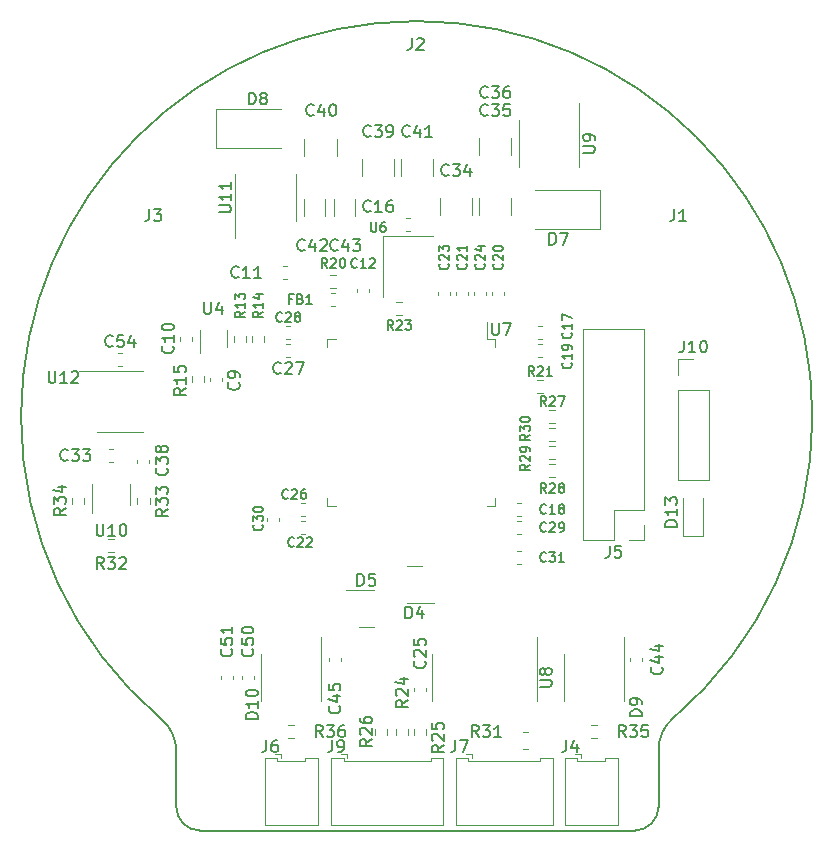
<source format=gbr>
%TF.GenerationSoftware,KiCad,Pcbnew,7.0.1*%
%TF.CreationDate,2023-12-15T16:06:27+03:00*%
%TF.ProjectId,_____ __________,1f3b3042-3020-4433-9f40-30323b353d38,rev?*%
%TF.SameCoordinates,Original*%
%TF.FileFunction,Legend,Top*%
%TF.FilePolarity,Positive*%
%FSLAX46Y46*%
G04 Gerber Fmt 4.6, Leading zero omitted, Abs format (unit mm)*
G04 Created by KiCad (PCBNEW 7.0.1) date 2023-12-15 16:06:27*
%MOMM*%
%LPD*%
G01*
G04 APERTURE LIST*
%ADD10C,0.150000*%
%ADD11C,0.120000*%
%TA.AperFunction,Profile*%
%ADD12C,0.200000*%
%TD*%
G04 APERTURE END LIST*
D10*
%TO.C,R31*%
X159885142Y-122890619D02*
X159551809Y-122414428D01*
X159313714Y-122890619D02*
X159313714Y-121890619D01*
X159313714Y-121890619D02*
X159694666Y-121890619D01*
X159694666Y-121890619D02*
X159789904Y-121938238D01*
X159789904Y-121938238D02*
X159837523Y-121985857D01*
X159837523Y-121985857D02*
X159885142Y-122081095D01*
X159885142Y-122081095D02*
X159885142Y-122223952D01*
X159885142Y-122223952D02*
X159837523Y-122319190D01*
X159837523Y-122319190D02*
X159789904Y-122366809D01*
X159789904Y-122366809D02*
X159694666Y-122414428D01*
X159694666Y-122414428D02*
X159313714Y-122414428D01*
X160218476Y-121890619D02*
X160837523Y-121890619D01*
X160837523Y-121890619D02*
X160504190Y-122271571D01*
X160504190Y-122271571D02*
X160647047Y-122271571D01*
X160647047Y-122271571D02*
X160742285Y-122319190D01*
X160742285Y-122319190D02*
X160789904Y-122366809D01*
X160789904Y-122366809D02*
X160837523Y-122462047D01*
X160837523Y-122462047D02*
X160837523Y-122700142D01*
X160837523Y-122700142D02*
X160789904Y-122795380D01*
X160789904Y-122795380D02*
X160742285Y-122843000D01*
X160742285Y-122843000D02*
X160647047Y-122890619D01*
X160647047Y-122890619D02*
X160361333Y-122890619D01*
X160361333Y-122890619D02*
X160266095Y-122843000D01*
X160266095Y-122843000D02*
X160218476Y-122795380D01*
X161789904Y-122890619D02*
X161218476Y-122890619D01*
X161504190Y-122890619D02*
X161504190Y-121890619D01*
X161504190Y-121890619D02*
X161408952Y-122033476D01*
X161408952Y-122033476D02*
X161313714Y-122128714D01*
X161313714Y-122128714D02*
X161218476Y-122176333D01*
%TO.C,R26*%
X150830619Y-123070857D02*
X150354428Y-123404190D01*
X150830619Y-123642285D02*
X149830619Y-123642285D01*
X149830619Y-123642285D02*
X149830619Y-123261333D01*
X149830619Y-123261333D02*
X149878238Y-123166095D01*
X149878238Y-123166095D02*
X149925857Y-123118476D01*
X149925857Y-123118476D02*
X150021095Y-123070857D01*
X150021095Y-123070857D02*
X150163952Y-123070857D01*
X150163952Y-123070857D02*
X150259190Y-123118476D01*
X150259190Y-123118476D02*
X150306809Y-123166095D01*
X150306809Y-123166095D02*
X150354428Y-123261333D01*
X150354428Y-123261333D02*
X150354428Y-123642285D01*
X149925857Y-122689904D02*
X149878238Y-122642285D01*
X149878238Y-122642285D02*
X149830619Y-122547047D01*
X149830619Y-122547047D02*
X149830619Y-122308952D01*
X149830619Y-122308952D02*
X149878238Y-122213714D01*
X149878238Y-122213714D02*
X149925857Y-122166095D01*
X149925857Y-122166095D02*
X150021095Y-122118476D01*
X150021095Y-122118476D02*
X150116333Y-122118476D01*
X150116333Y-122118476D02*
X150259190Y-122166095D01*
X150259190Y-122166095D02*
X150830619Y-122737523D01*
X150830619Y-122737523D02*
X150830619Y-122118476D01*
X149830619Y-121261333D02*
X149830619Y-121451809D01*
X149830619Y-121451809D02*
X149878238Y-121547047D01*
X149878238Y-121547047D02*
X149925857Y-121594666D01*
X149925857Y-121594666D02*
X150068714Y-121689904D01*
X150068714Y-121689904D02*
X150259190Y-121737523D01*
X150259190Y-121737523D02*
X150640142Y-121737523D01*
X150640142Y-121737523D02*
X150735380Y-121689904D01*
X150735380Y-121689904D02*
X150783000Y-121642285D01*
X150783000Y-121642285D02*
X150830619Y-121547047D01*
X150830619Y-121547047D02*
X150830619Y-121356571D01*
X150830619Y-121356571D02*
X150783000Y-121261333D01*
X150783000Y-121261333D02*
X150735380Y-121213714D01*
X150735380Y-121213714D02*
X150640142Y-121166095D01*
X150640142Y-121166095D02*
X150402047Y-121166095D01*
X150402047Y-121166095D02*
X150306809Y-121213714D01*
X150306809Y-121213714D02*
X150259190Y-121261333D01*
X150259190Y-121261333D02*
X150211571Y-121356571D01*
X150211571Y-121356571D02*
X150211571Y-121547047D01*
X150211571Y-121547047D02*
X150259190Y-121642285D01*
X150259190Y-121642285D02*
X150306809Y-121689904D01*
X150306809Y-121689904D02*
X150402047Y-121737523D01*
%TO.C,R24*%
X153878619Y-119768857D02*
X153402428Y-120102190D01*
X153878619Y-120340285D02*
X152878619Y-120340285D01*
X152878619Y-120340285D02*
X152878619Y-119959333D01*
X152878619Y-119959333D02*
X152926238Y-119864095D01*
X152926238Y-119864095D02*
X152973857Y-119816476D01*
X152973857Y-119816476D02*
X153069095Y-119768857D01*
X153069095Y-119768857D02*
X153211952Y-119768857D01*
X153211952Y-119768857D02*
X153307190Y-119816476D01*
X153307190Y-119816476D02*
X153354809Y-119864095D01*
X153354809Y-119864095D02*
X153402428Y-119959333D01*
X153402428Y-119959333D02*
X153402428Y-120340285D01*
X152973857Y-119387904D02*
X152926238Y-119340285D01*
X152926238Y-119340285D02*
X152878619Y-119245047D01*
X152878619Y-119245047D02*
X152878619Y-119006952D01*
X152878619Y-119006952D02*
X152926238Y-118911714D01*
X152926238Y-118911714D02*
X152973857Y-118864095D01*
X152973857Y-118864095D02*
X153069095Y-118816476D01*
X153069095Y-118816476D02*
X153164333Y-118816476D01*
X153164333Y-118816476D02*
X153307190Y-118864095D01*
X153307190Y-118864095D02*
X153878619Y-119435523D01*
X153878619Y-119435523D02*
X153878619Y-118816476D01*
X153211952Y-117959333D02*
X153878619Y-117959333D01*
X152831000Y-118197428D02*
X153545285Y-118435523D01*
X153545285Y-118435523D02*
X153545285Y-117816476D01*
%TO.C,R25*%
X156926619Y-123578857D02*
X156450428Y-123912190D01*
X156926619Y-124150285D02*
X155926619Y-124150285D01*
X155926619Y-124150285D02*
X155926619Y-123769333D01*
X155926619Y-123769333D02*
X155974238Y-123674095D01*
X155974238Y-123674095D02*
X156021857Y-123626476D01*
X156021857Y-123626476D02*
X156117095Y-123578857D01*
X156117095Y-123578857D02*
X156259952Y-123578857D01*
X156259952Y-123578857D02*
X156355190Y-123626476D01*
X156355190Y-123626476D02*
X156402809Y-123674095D01*
X156402809Y-123674095D02*
X156450428Y-123769333D01*
X156450428Y-123769333D02*
X156450428Y-124150285D01*
X156021857Y-123197904D02*
X155974238Y-123150285D01*
X155974238Y-123150285D02*
X155926619Y-123055047D01*
X155926619Y-123055047D02*
X155926619Y-122816952D01*
X155926619Y-122816952D02*
X155974238Y-122721714D01*
X155974238Y-122721714D02*
X156021857Y-122674095D01*
X156021857Y-122674095D02*
X156117095Y-122626476D01*
X156117095Y-122626476D02*
X156212333Y-122626476D01*
X156212333Y-122626476D02*
X156355190Y-122674095D01*
X156355190Y-122674095D02*
X156926619Y-123245523D01*
X156926619Y-123245523D02*
X156926619Y-122626476D01*
X155926619Y-121721714D02*
X155926619Y-122197904D01*
X155926619Y-122197904D02*
X156402809Y-122245523D01*
X156402809Y-122245523D02*
X156355190Y-122197904D01*
X156355190Y-122197904D02*
X156307571Y-122102666D01*
X156307571Y-122102666D02*
X156307571Y-121864571D01*
X156307571Y-121864571D02*
X156355190Y-121769333D01*
X156355190Y-121769333D02*
X156402809Y-121721714D01*
X156402809Y-121721714D02*
X156498047Y-121674095D01*
X156498047Y-121674095D02*
X156736142Y-121674095D01*
X156736142Y-121674095D02*
X156831380Y-121721714D01*
X156831380Y-121721714D02*
X156879000Y-121769333D01*
X156879000Y-121769333D02*
X156926619Y-121864571D01*
X156926619Y-121864571D02*
X156926619Y-122102666D01*
X156926619Y-122102666D02*
X156879000Y-122197904D01*
X156879000Y-122197904D02*
X156831380Y-122245523D01*
%TO.C,D5*%
X149629905Y-110076619D02*
X149629905Y-109076619D01*
X149629905Y-109076619D02*
X149868000Y-109076619D01*
X149868000Y-109076619D02*
X150010857Y-109124238D01*
X150010857Y-109124238D02*
X150106095Y-109219476D01*
X150106095Y-109219476D02*
X150153714Y-109314714D01*
X150153714Y-109314714D02*
X150201333Y-109505190D01*
X150201333Y-109505190D02*
X150201333Y-109648047D01*
X150201333Y-109648047D02*
X150153714Y-109838523D01*
X150153714Y-109838523D02*
X150106095Y-109933761D01*
X150106095Y-109933761D02*
X150010857Y-110029000D01*
X150010857Y-110029000D02*
X149868000Y-110076619D01*
X149868000Y-110076619D02*
X149629905Y-110076619D01*
X151106095Y-109076619D02*
X150629905Y-109076619D01*
X150629905Y-109076619D02*
X150582286Y-109552809D01*
X150582286Y-109552809D02*
X150629905Y-109505190D01*
X150629905Y-109505190D02*
X150725143Y-109457571D01*
X150725143Y-109457571D02*
X150963238Y-109457571D01*
X150963238Y-109457571D02*
X151058476Y-109505190D01*
X151058476Y-109505190D02*
X151106095Y-109552809D01*
X151106095Y-109552809D02*
X151153714Y-109648047D01*
X151153714Y-109648047D02*
X151153714Y-109886142D01*
X151153714Y-109886142D02*
X151106095Y-109981380D01*
X151106095Y-109981380D02*
X151058476Y-110029000D01*
X151058476Y-110029000D02*
X150963238Y-110076619D01*
X150963238Y-110076619D02*
X150725143Y-110076619D01*
X150725143Y-110076619D02*
X150629905Y-110029000D01*
X150629905Y-110029000D02*
X150582286Y-109981380D01*
%TO.C,D4*%
X153693905Y-112844619D02*
X153693905Y-111844619D01*
X153693905Y-111844619D02*
X153932000Y-111844619D01*
X153932000Y-111844619D02*
X154074857Y-111892238D01*
X154074857Y-111892238D02*
X154170095Y-111987476D01*
X154170095Y-111987476D02*
X154217714Y-112082714D01*
X154217714Y-112082714D02*
X154265333Y-112273190D01*
X154265333Y-112273190D02*
X154265333Y-112416047D01*
X154265333Y-112416047D02*
X154217714Y-112606523D01*
X154217714Y-112606523D02*
X154170095Y-112701761D01*
X154170095Y-112701761D02*
X154074857Y-112797000D01*
X154074857Y-112797000D02*
X153932000Y-112844619D01*
X153932000Y-112844619D02*
X153693905Y-112844619D01*
X155122476Y-112177952D02*
X155122476Y-112844619D01*
X154884381Y-111797000D02*
X154646286Y-112511285D01*
X154646286Y-112511285D02*
X155265333Y-112511285D01*
%TO.C,C25*%
X155307380Y-116466857D02*
X155355000Y-116514476D01*
X155355000Y-116514476D02*
X155402619Y-116657333D01*
X155402619Y-116657333D02*
X155402619Y-116752571D01*
X155402619Y-116752571D02*
X155355000Y-116895428D01*
X155355000Y-116895428D02*
X155259761Y-116990666D01*
X155259761Y-116990666D02*
X155164523Y-117038285D01*
X155164523Y-117038285D02*
X154974047Y-117085904D01*
X154974047Y-117085904D02*
X154831190Y-117085904D01*
X154831190Y-117085904D02*
X154640714Y-117038285D01*
X154640714Y-117038285D02*
X154545476Y-116990666D01*
X154545476Y-116990666D02*
X154450238Y-116895428D01*
X154450238Y-116895428D02*
X154402619Y-116752571D01*
X154402619Y-116752571D02*
X154402619Y-116657333D01*
X154402619Y-116657333D02*
X154450238Y-116514476D01*
X154450238Y-116514476D02*
X154497857Y-116466857D01*
X154497857Y-116085904D02*
X154450238Y-116038285D01*
X154450238Y-116038285D02*
X154402619Y-115943047D01*
X154402619Y-115943047D02*
X154402619Y-115704952D01*
X154402619Y-115704952D02*
X154450238Y-115609714D01*
X154450238Y-115609714D02*
X154497857Y-115562095D01*
X154497857Y-115562095D02*
X154593095Y-115514476D01*
X154593095Y-115514476D02*
X154688333Y-115514476D01*
X154688333Y-115514476D02*
X154831190Y-115562095D01*
X154831190Y-115562095D02*
X155402619Y-116133523D01*
X155402619Y-116133523D02*
X155402619Y-115514476D01*
X154402619Y-114609714D02*
X154402619Y-115085904D01*
X154402619Y-115085904D02*
X154878809Y-115133523D01*
X154878809Y-115133523D02*
X154831190Y-115085904D01*
X154831190Y-115085904D02*
X154783571Y-114990666D01*
X154783571Y-114990666D02*
X154783571Y-114752571D01*
X154783571Y-114752571D02*
X154831190Y-114657333D01*
X154831190Y-114657333D02*
X154878809Y-114609714D01*
X154878809Y-114609714D02*
X154974047Y-114562095D01*
X154974047Y-114562095D02*
X155212142Y-114562095D01*
X155212142Y-114562095D02*
X155307380Y-114609714D01*
X155307380Y-114609714D02*
X155355000Y-114657333D01*
X155355000Y-114657333D02*
X155402619Y-114752571D01*
X155402619Y-114752571D02*
X155402619Y-114990666D01*
X155402619Y-114990666D02*
X155355000Y-115085904D01*
X155355000Y-115085904D02*
X155307380Y-115133523D01*
%TO.C,R27*%
X165601714Y-94858095D02*
X165335047Y-94477142D01*
X165144571Y-94858095D02*
X165144571Y-94058095D01*
X165144571Y-94058095D02*
X165449333Y-94058095D01*
X165449333Y-94058095D02*
X165525523Y-94096190D01*
X165525523Y-94096190D02*
X165563618Y-94134285D01*
X165563618Y-94134285D02*
X165601714Y-94210476D01*
X165601714Y-94210476D02*
X165601714Y-94324761D01*
X165601714Y-94324761D02*
X165563618Y-94400952D01*
X165563618Y-94400952D02*
X165525523Y-94439047D01*
X165525523Y-94439047D02*
X165449333Y-94477142D01*
X165449333Y-94477142D02*
X165144571Y-94477142D01*
X165906475Y-94134285D02*
X165944571Y-94096190D01*
X165944571Y-94096190D02*
X166020761Y-94058095D01*
X166020761Y-94058095D02*
X166211237Y-94058095D01*
X166211237Y-94058095D02*
X166287428Y-94096190D01*
X166287428Y-94096190D02*
X166325523Y-94134285D01*
X166325523Y-94134285D02*
X166363618Y-94210476D01*
X166363618Y-94210476D02*
X166363618Y-94286666D01*
X166363618Y-94286666D02*
X166325523Y-94400952D01*
X166325523Y-94400952D02*
X165868380Y-94858095D01*
X165868380Y-94858095D02*
X166363618Y-94858095D01*
X166630285Y-94058095D02*
X167163619Y-94058095D01*
X167163619Y-94058095D02*
X166820761Y-94858095D01*
%TO.C,U8*%
X165070619Y-118617904D02*
X165880142Y-118617904D01*
X165880142Y-118617904D02*
X165975380Y-118570285D01*
X165975380Y-118570285D02*
X166023000Y-118522666D01*
X166023000Y-118522666D02*
X166070619Y-118427428D01*
X166070619Y-118427428D02*
X166070619Y-118236952D01*
X166070619Y-118236952D02*
X166023000Y-118141714D01*
X166023000Y-118141714D02*
X165975380Y-118094095D01*
X165975380Y-118094095D02*
X165880142Y-118046476D01*
X165880142Y-118046476D02*
X165070619Y-118046476D01*
X165499190Y-117427428D02*
X165451571Y-117522666D01*
X165451571Y-117522666D02*
X165403952Y-117570285D01*
X165403952Y-117570285D02*
X165308714Y-117617904D01*
X165308714Y-117617904D02*
X165261095Y-117617904D01*
X165261095Y-117617904D02*
X165165857Y-117570285D01*
X165165857Y-117570285D02*
X165118238Y-117522666D01*
X165118238Y-117522666D02*
X165070619Y-117427428D01*
X165070619Y-117427428D02*
X165070619Y-117236952D01*
X165070619Y-117236952D02*
X165118238Y-117141714D01*
X165118238Y-117141714D02*
X165165857Y-117094095D01*
X165165857Y-117094095D02*
X165261095Y-117046476D01*
X165261095Y-117046476D02*
X165308714Y-117046476D01*
X165308714Y-117046476D02*
X165403952Y-117094095D01*
X165403952Y-117094095D02*
X165451571Y-117141714D01*
X165451571Y-117141714D02*
X165499190Y-117236952D01*
X165499190Y-117236952D02*
X165499190Y-117427428D01*
X165499190Y-117427428D02*
X165546809Y-117522666D01*
X165546809Y-117522666D02*
X165594428Y-117570285D01*
X165594428Y-117570285D02*
X165689666Y-117617904D01*
X165689666Y-117617904D02*
X165880142Y-117617904D01*
X165880142Y-117617904D02*
X165975380Y-117570285D01*
X165975380Y-117570285D02*
X166023000Y-117522666D01*
X166023000Y-117522666D02*
X166070619Y-117427428D01*
X166070619Y-117427428D02*
X166070619Y-117236952D01*
X166070619Y-117236952D02*
X166023000Y-117141714D01*
X166023000Y-117141714D02*
X165975380Y-117094095D01*
X165975380Y-117094095D02*
X165880142Y-117046476D01*
X165880142Y-117046476D02*
X165689666Y-117046476D01*
X165689666Y-117046476D02*
X165594428Y-117094095D01*
X165594428Y-117094095D02*
X165546809Y-117141714D01*
X165546809Y-117141714D02*
X165499190Y-117236952D01*
%TO.C,J10*%
X177244476Y-89334619D02*
X177244476Y-90048904D01*
X177244476Y-90048904D02*
X177196857Y-90191761D01*
X177196857Y-90191761D02*
X177101619Y-90287000D01*
X177101619Y-90287000D02*
X176958762Y-90334619D01*
X176958762Y-90334619D02*
X176863524Y-90334619D01*
X178244476Y-90334619D02*
X177673048Y-90334619D01*
X177958762Y-90334619D02*
X177958762Y-89334619D01*
X177958762Y-89334619D02*
X177863524Y-89477476D01*
X177863524Y-89477476D02*
X177768286Y-89572714D01*
X177768286Y-89572714D02*
X177673048Y-89620333D01*
X178863524Y-89334619D02*
X178958762Y-89334619D01*
X178958762Y-89334619D02*
X179054000Y-89382238D01*
X179054000Y-89382238D02*
X179101619Y-89429857D01*
X179101619Y-89429857D02*
X179149238Y-89525095D01*
X179149238Y-89525095D02*
X179196857Y-89715571D01*
X179196857Y-89715571D02*
X179196857Y-89953666D01*
X179196857Y-89953666D02*
X179149238Y-90144142D01*
X179149238Y-90144142D02*
X179101619Y-90239380D01*
X179101619Y-90239380D02*
X179054000Y-90287000D01*
X179054000Y-90287000D02*
X178958762Y-90334619D01*
X178958762Y-90334619D02*
X178863524Y-90334619D01*
X178863524Y-90334619D02*
X178768286Y-90287000D01*
X178768286Y-90287000D02*
X178720667Y-90239380D01*
X178720667Y-90239380D02*
X178673048Y-90144142D01*
X178673048Y-90144142D02*
X178625429Y-89953666D01*
X178625429Y-89953666D02*
X178625429Y-89715571D01*
X178625429Y-89715571D02*
X178673048Y-89525095D01*
X178673048Y-89525095D02*
X178720667Y-89429857D01*
X178720667Y-89429857D02*
X178768286Y-89382238D01*
X178768286Y-89382238D02*
X178863524Y-89334619D01*
%TO.C,J4*%
X167306666Y-123160619D02*
X167306666Y-123874904D01*
X167306666Y-123874904D02*
X167259047Y-124017761D01*
X167259047Y-124017761D02*
X167163809Y-124113000D01*
X167163809Y-124113000D02*
X167020952Y-124160619D01*
X167020952Y-124160619D02*
X166925714Y-124160619D01*
X168211428Y-123493952D02*
X168211428Y-124160619D01*
X167973333Y-123113000D02*
X167735238Y-123827285D01*
X167735238Y-123827285D02*
X168354285Y-123827285D01*
%TO.C,C30*%
X141517904Y-104908285D02*
X141556000Y-104946381D01*
X141556000Y-104946381D02*
X141594095Y-105060666D01*
X141594095Y-105060666D02*
X141594095Y-105136857D01*
X141594095Y-105136857D02*
X141556000Y-105251143D01*
X141556000Y-105251143D02*
X141479809Y-105327333D01*
X141479809Y-105327333D02*
X141403619Y-105365428D01*
X141403619Y-105365428D02*
X141251238Y-105403524D01*
X141251238Y-105403524D02*
X141136952Y-105403524D01*
X141136952Y-105403524D02*
X140984571Y-105365428D01*
X140984571Y-105365428D02*
X140908380Y-105327333D01*
X140908380Y-105327333D02*
X140832190Y-105251143D01*
X140832190Y-105251143D02*
X140794095Y-105136857D01*
X140794095Y-105136857D02*
X140794095Y-105060666D01*
X140794095Y-105060666D02*
X140832190Y-104946381D01*
X140832190Y-104946381D02*
X140870285Y-104908285D01*
X140794095Y-104641619D02*
X140794095Y-104146381D01*
X140794095Y-104146381D02*
X141098857Y-104413047D01*
X141098857Y-104413047D02*
X141098857Y-104298762D01*
X141098857Y-104298762D02*
X141136952Y-104222571D01*
X141136952Y-104222571D02*
X141175047Y-104184476D01*
X141175047Y-104184476D02*
X141251238Y-104146381D01*
X141251238Y-104146381D02*
X141441714Y-104146381D01*
X141441714Y-104146381D02*
X141517904Y-104184476D01*
X141517904Y-104184476D02*
X141556000Y-104222571D01*
X141556000Y-104222571D02*
X141594095Y-104298762D01*
X141594095Y-104298762D02*
X141594095Y-104527333D01*
X141594095Y-104527333D02*
X141556000Y-104603524D01*
X141556000Y-104603524D02*
X141517904Y-104641619D01*
X140794095Y-103651142D02*
X140794095Y-103574952D01*
X140794095Y-103574952D02*
X140832190Y-103498761D01*
X140832190Y-103498761D02*
X140870285Y-103460666D01*
X140870285Y-103460666D02*
X140946476Y-103422571D01*
X140946476Y-103422571D02*
X141098857Y-103384476D01*
X141098857Y-103384476D02*
X141289333Y-103384476D01*
X141289333Y-103384476D02*
X141441714Y-103422571D01*
X141441714Y-103422571D02*
X141517904Y-103460666D01*
X141517904Y-103460666D02*
X141556000Y-103498761D01*
X141556000Y-103498761D02*
X141594095Y-103574952D01*
X141594095Y-103574952D02*
X141594095Y-103651142D01*
X141594095Y-103651142D02*
X141556000Y-103727333D01*
X141556000Y-103727333D02*
X141517904Y-103765428D01*
X141517904Y-103765428D02*
X141441714Y-103803523D01*
X141441714Y-103803523D02*
X141289333Y-103841619D01*
X141289333Y-103841619D02*
X141098857Y-103841619D01*
X141098857Y-103841619D02*
X140946476Y-103803523D01*
X140946476Y-103803523D02*
X140870285Y-103765428D01*
X140870285Y-103765428D02*
X140832190Y-103727333D01*
X140832190Y-103727333D02*
X140794095Y-103651142D01*
%TO.C,U6*%
X150774476Y-79326095D02*
X150774476Y-79973714D01*
X150774476Y-79973714D02*
X150812571Y-80049904D01*
X150812571Y-80049904D02*
X150850666Y-80088000D01*
X150850666Y-80088000D02*
X150926857Y-80126095D01*
X150926857Y-80126095D02*
X151079238Y-80126095D01*
X151079238Y-80126095D02*
X151155428Y-80088000D01*
X151155428Y-80088000D02*
X151193523Y-80049904D01*
X151193523Y-80049904D02*
X151231619Y-79973714D01*
X151231619Y-79973714D02*
X151231619Y-79326095D01*
X151955428Y-79326095D02*
X151803047Y-79326095D01*
X151803047Y-79326095D02*
X151726856Y-79364190D01*
X151726856Y-79364190D02*
X151688761Y-79402285D01*
X151688761Y-79402285D02*
X151612571Y-79516571D01*
X151612571Y-79516571D02*
X151574475Y-79668952D01*
X151574475Y-79668952D02*
X151574475Y-79973714D01*
X151574475Y-79973714D02*
X151612571Y-80049904D01*
X151612571Y-80049904D02*
X151650666Y-80088000D01*
X151650666Y-80088000D02*
X151726856Y-80126095D01*
X151726856Y-80126095D02*
X151879237Y-80126095D01*
X151879237Y-80126095D02*
X151955428Y-80088000D01*
X151955428Y-80088000D02*
X151993523Y-80049904D01*
X151993523Y-80049904D02*
X152031618Y-79973714D01*
X152031618Y-79973714D02*
X152031618Y-79783238D01*
X152031618Y-79783238D02*
X151993523Y-79707047D01*
X151993523Y-79707047D02*
X151955428Y-79668952D01*
X151955428Y-79668952D02*
X151879237Y-79630857D01*
X151879237Y-79630857D02*
X151726856Y-79630857D01*
X151726856Y-79630857D02*
X151650666Y-79668952D01*
X151650666Y-79668952D02*
X151612571Y-79707047D01*
X151612571Y-79707047D02*
X151574475Y-79783238D01*
%TO.C,R29*%
X164200095Y-99828285D02*
X163819142Y-100094952D01*
X164200095Y-100285428D02*
X163400095Y-100285428D01*
X163400095Y-100285428D02*
X163400095Y-99980666D01*
X163400095Y-99980666D02*
X163438190Y-99904476D01*
X163438190Y-99904476D02*
X163476285Y-99866381D01*
X163476285Y-99866381D02*
X163552476Y-99828285D01*
X163552476Y-99828285D02*
X163666761Y-99828285D01*
X163666761Y-99828285D02*
X163742952Y-99866381D01*
X163742952Y-99866381D02*
X163781047Y-99904476D01*
X163781047Y-99904476D02*
X163819142Y-99980666D01*
X163819142Y-99980666D02*
X163819142Y-100285428D01*
X163476285Y-99523524D02*
X163438190Y-99485428D01*
X163438190Y-99485428D02*
X163400095Y-99409238D01*
X163400095Y-99409238D02*
X163400095Y-99218762D01*
X163400095Y-99218762D02*
X163438190Y-99142571D01*
X163438190Y-99142571D02*
X163476285Y-99104476D01*
X163476285Y-99104476D02*
X163552476Y-99066381D01*
X163552476Y-99066381D02*
X163628666Y-99066381D01*
X163628666Y-99066381D02*
X163742952Y-99104476D01*
X163742952Y-99104476D02*
X164200095Y-99561619D01*
X164200095Y-99561619D02*
X164200095Y-99066381D01*
X164200095Y-98685428D02*
X164200095Y-98533047D01*
X164200095Y-98533047D02*
X164162000Y-98456857D01*
X164162000Y-98456857D02*
X164123904Y-98418761D01*
X164123904Y-98418761D02*
X164009619Y-98342571D01*
X164009619Y-98342571D02*
X163857238Y-98304476D01*
X163857238Y-98304476D02*
X163552476Y-98304476D01*
X163552476Y-98304476D02*
X163476285Y-98342571D01*
X163476285Y-98342571D02*
X163438190Y-98380666D01*
X163438190Y-98380666D02*
X163400095Y-98456857D01*
X163400095Y-98456857D02*
X163400095Y-98609238D01*
X163400095Y-98609238D02*
X163438190Y-98685428D01*
X163438190Y-98685428D02*
X163476285Y-98723523D01*
X163476285Y-98723523D02*
X163552476Y-98761619D01*
X163552476Y-98761619D02*
X163742952Y-98761619D01*
X163742952Y-98761619D02*
X163819142Y-98723523D01*
X163819142Y-98723523D02*
X163857238Y-98685428D01*
X163857238Y-98685428D02*
X163895333Y-98609238D01*
X163895333Y-98609238D02*
X163895333Y-98456857D01*
X163895333Y-98456857D02*
X163857238Y-98380666D01*
X163857238Y-98380666D02*
X163819142Y-98342571D01*
X163819142Y-98342571D02*
X163742952Y-98304476D01*
%TO.C,D13*%
X176666619Y-105080285D02*
X175666619Y-105080285D01*
X175666619Y-105080285D02*
X175666619Y-104842190D01*
X175666619Y-104842190D02*
X175714238Y-104699333D01*
X175714238Y-104699333D02*
X175809476Y-104604095D01*
X175809476Y-104604095D02*
X175904714Y-104556476D01*
X175904714Y-104556476D02*
X176095190Y-104508857D01*
X176095190Y-104508857D02*
X176238047Y-104508857D01*
X176238047Y-104508857D02*
X176428523Y-104556476D01*
X176428523Y-104556476D02*
X176523761Y-104604095D01*
X176523761Y-104604095D02*
X176619000Y-104699333D01*
X176619000Y-104699333D02*
X176666619Y-104842190D01*
X176666619Y-104842190D02*
X176666619Y-105080285D01*
X176666619Y-103556476D02*
X176666619Y-104127904D01*
X176666619Y-103842190D02*
X175666619Y-103842190D01*
X175666619Y-103842190D02*
X175809476Y-103937428D01*
X175809476Y-103937428D02*
X175904714Y-104032666D01*
X175904714Y-104032666D02*
X175952333Y-104127904D01*
X175666619Y-103223142D02*
X175666619Y-102604095D01*
X175666619Y-102604095D02*
X176047571Y-102937428D01*
X176047571Y-102937428D02*
X176047571Y-102794571D01*
X176047571Y-102794571D02*
X176095190Y-102699333D01*
X176095190Y-102699333D02*
X176142809Y-102651714D01*
X176142809Y-102651714D02*
X176238047Y-102604095D01*
X176238047Y-102604095D02*
X176476142Y-102604095D01*
X176476142Y-102604095D02*
X176571380Y-102651714D01*
X176571380Y-102651714D02*
X176619000Y-102699333D01*
X176619000Y-102699333D02*
X176666619Y-102794571D01*
X176666619Y-102794571D02*
X176666619Y-103080285D01*
X176666619Y-103080285D02*
X176619000Y-103175523D01*
X176619000Y-103175523D02*
X176571380Y-103223142D01*
%TO.C,R32*%
X128135142Y-108666619D02*
X127801809Y-108190428D01*
X127563714Y-108666619D02*
X127563714Y-107666619D01*
X127563714Y-107666619D02*
X127944666Y-107666619D01*
X127944666Y-107666619D02*
X128039904Y-107714238D01*
X128039904Y-107714238D02*
X128087523Y-107761857D01*
X128087523Y-107761857D02*
X128135142Y-107857095D01*
X128135142Y-107857095D02*
X128135142Y-107999952D01*
X128135142Y-107999952D02*
X128087523Y-108095190D01*
X128087523Y-108095190D02*
X128039904Y-108142809D01*
X128039904Y-108142809D02*
X127944666Y-108190428D01*
X127944666Y-108190428D02*
X127563714Y-108190428D01*
X128468476Y-107666619D02*
X129087523Y-107666619D01*
X129087523Y-107666619D02*
X128754190Y-108047571D01*
X128754190Y-108047571D02*
X128897047Y-108047571D01*
X128897047Y-108047571D02*
X128992285Y-108095190D01*
X128992285Y-108095190D02*
X129039904Y-108142809D01*
X129039904Y-108142809D02*
X129087523Y-108238047D01*
X129087523Y-108238047D02*
X129087523Y-108476142D01*
X129087523Y-108476142D02*
X129039904Y-108571380D01*
X129039904Y-108571380D02*
X128992285Y-108619000D01*
X128992285Y-108619000D02*
X128897047Y-108666619D01*
X128897047Y-108666619D02*
X128611333Y-108666619D01*
X128611333Y-108666619D02*
X128516095Y-108619000D01*
X128516095Y-108619000D02*
X128468476Y-108571380D01*
X129468476Y-107761857D02*
X129516095Y-107714238D01*
X129516095Y-107714238D02*
X129611333Y-107666619D01*
X129611333Y-107666619D02*
X129849428Y-107666619D01*
X129849428Y-107666619D02*
X129944666Y-107714238D01*
X129944666Y-107714238D02*
X129992285Y-107761857D01*
X129992285Y-107761857D02*
X130039904Y-107857095D01*
X130039904Y-107857095D02*
X130039904Y-107952333D01*
X130039904Y-107952333D02*
X129992285Y-108095190D01*
X129992285Y-108095190D02*
X129420857Y-108666619D01*
X129420857Y-108666619D02*
X130039904Y-108666619D01*
%TO.C,C21*%
X158789904Y-82810285D02*
X158828000Y-82848381D01*
X158828000Y-82848381D02*
X158866095Y-82962666D01*
X158866095Y-82962666D02*
X158866095Y-83038857D01*
X158866095Y-83038857D02*
X158828000Y-83153143D01*
X158828000Y-83153143D02*
X158751809Y-83229333D01*
X158751809Y-83229333D02*
X158675619Y-83267428D01*
X158675619Y-83267428D02*
X158523238Y-83305524D01*
X158523238Y-83305524D02*
X158408952Y-83305524D01*
X158408952Y-83305524D02*
X158256571Y-83267428D01*
X158256571Y-83267428D02*
X158180380Y-83229333D01*
X158180380Y-83229333D02*
X158104190Y-83153143D01*
X158104190Y-83153143D02*
X158066095Y-83038857D01*
X158066095Y-83038857D02*
X158066095Y-82962666D01*
X158066095Y-82962666D02*
X158104190Y-82848381D01*
X158104190Y-82848381D02*
X158142285Y-82810285D01*
X158142285Y-82505524D02*
X158104190Y-82467428D01*
X158104190Y-82467428D02*
X158066095Y-82391238D01*
X158066095Y-82391238D02*
X158066095Y-82200762D01*
X158066095Y-82200762D02*
X158104190Y-82124571D01*
X158104190Y-82124571D02*
X158142285Y-82086476D01*
X158142285Y-82086476D02*
X158218476Y-82048381D01*
X158218476Y-82048381D02*
X158294666Y-82048381D01*
X158294666Y-82048381D02*
X158408952Y-82086476D01*
X158408952Y-82086476D02*
X158866095Y-82543619D01*
X158866095Y-82543619D02*
X158866095Y-82048381D01*
X158866095Y-81286476D02*
X158866095Y-81743619D01*
X158866095Y-81515047D02*
X158066095Y-81515047D01*
X158066095Y-81515047D02*
X158180380Y-81591238D01*
X158180380Y-81591238D02*
X158256571Y-81667428D01*
X158256571Y-81667428D02*
X158294666Y-81743619D01*
%TO.C,FB1*%
X144113333Y-85803047D02*
X143846667Y-85803047D01*
X143846667Y-86222095D02*
X143846667Y-85422095D01*
X143846667Y-85422095D02*
X144227619Y-85422095D01*
X144799047Y-85803047D02*
X144913333Y-85841142D01*
X144913333Y-85841142D02*
X144951428Y-85879238D01*
X144951428Y-85879238D02*
X144989524Y-85955428D01*
X144989524Y-85955428D02*
X144989524Y-86069714D01*
X144989524Y-86069714D02*
X144951428Y-86145904D01*
X144951428Y-86145904D02*
X144913333Y-86184000D01*
X144913333Y-86184000D02*
X144837143Y-86222095D01*
X144837143Y-86222095D02*
X144532381Y-86222095D01*
X144532381Y-86222095D02*
X144532381Y-85422095D01*
X144532381Y-85422095D02*
X144799047Y-85422095D01*
X144799047Y-85422095D02*
X144875238Y-85460190D01*
X144875238Y-85460190D02*
X144913333Y-85498285D01*
X144913333Y-85498285D02*
X144951428Y-85574476D01*
X144951428Y-85574476D02*
X144951428Y-85650666D01*
X144951428Y-85650666D02*
X144913333Y-85726857D01*
X144913333Y-85726857D02*
X144875238Y-85764952D01*
X144875238Y-85764952D02*
X144799047Y-85803047D01*
X144799047Y-85803047D02*
X144532381Y-85803047D01*
X145751428Y-86222095D02*
X145294285Y-86222095D01*
X145522857Y-86222095D02*
X145522857Y-85422095D01*
X145522857Y-85422095D02*
X145446666Y-85536380D01*
X145446666Y-85536380D02*
X145370476Y-85612571D01*
X145370476Y-85612571D02*
X145294285Y-85650666D01*
%TO.C,C16*%
X150741142Y-78345380D02*
X150693523Y-78393000D01*
X150693523Y-78393000D02*
X150550666Y-78440619D01*
X150550666Y-78440619D02*
X150455428Y-78440619D01*
X150455428Y-78440619D02*
X150312571Y-78393000D01*
X150312571Y-78393000D02*
X150217333Y-78297761D01*
X150217333Y-78297761D02*
X150169714Y-78202523D01*
X150169714Y-78202523D02*
X150122095Y-78012047D01*
X150122095Y-78012047D02*
X150122095Y-77869190D01*
X150122095Y-77869190D02*
X150169714Y-77678714D01*
X150169714Y-77678714D02*
X150217333Y-77583476D01*
X150217333Y-77583476D02*
X150312571Y-77488238D01*
X150312571Y-77488238D02*
X150455428Y-77440619D01*
X150455428Y-77440619D02*
X150550666Y-77440619D01*
X150550666Y-77440619D02*
X150693523Y-77488238D01*
X150693523Y-77488238D02*
X150741142Y-77535857D01*
X151693523Y-78440619D02*
X151122095Y-78440619D01*
X151407809Y-78440619D02*
X151407809Y-77440619D01*
X151407809Y-77440619D02*
X151312571Y-77583476D01*
X151312571Y-77583476D02*
X151217333Y-77678714D01*
X151217333Y-77678714D02*
X151122095Y-77726333D01*
X152550666Y-77440619D02*
X152360190Y-77440619D01*
X152360190Y-77440619D02*
X152264952Y-77488238D01*
X152264952Y-77488238D02*
X152217333Y-77535857D01*
X152217333Y-77535857D02*
X152122095Y-77678714D01*
X152122095Y-77678714D02*
X152074476Y-77869190D01*
X152074476Y-77869190D02*
X152074476Y-78250142D01*
X152074476Y-78250142D02*
X152122095Y-78345380D01*
X152122095Y-78345380D02*
X152169714Y-78393000D01*
X152169714Y-78393000D02*
X152264952Y-78440619D01*
X152264952Y-78440619D02*
X152455428Y-78440619D01*
X152455428Y-78440619D02*
X152550666Y-78393000D01*
X152550666Y-78393000D02*
X152598285Y-78345380D01*
X152598285Y-78345380D02*
X152645904Y-78250142D01*
X152645904Y-78250142D02*
X152645904Y-78012047D01*
X152645904Y-78012047D02*
X152598285Y-77916809D01*
X152598285Y-77916809D02*
X152550666Y-77869190D01*
X152550666Y-77869190D02*
X152455428Y-77821571D01*
X152455428Y-77821571D02*
X152264952Y-77821571D01*
X152264952Y-77821571D02*
X152169714Y-77869190D01*
X152169714Y-77869190D02*
X152122095Y-77916809D01*
X152122095Y-77916809D02*
X152074476Y-78012047D01*
%TO.C,R36*%
X146677142Y-122890619D02*
X146343809Y-122414428D01*
X146105714Y-122890619D02*
X146105714Y-121890619D01*
X146105714Y-121890619D02*
X146486666Y-121890619D01*
X146486666Y-121890619D02*
X146581904Y-121938238D01*
X146581904Y-121938238D02*
X146629523Y-121985857D01*
X146629523Y-121985857D02*
X146677142Y-122081095D01*
X146677142Y-122081095D02*
X146677142Y-122223952D01*
X146677142Y-122223952D02*
X146629523Y-122319190D01*
X146629523Y-122319190D02*
X146581904Y-122366809D01*
X146581904Y-122366809D02*
X146486666Y-122414428D01*
X146486666Y-122414428D02*
X146105714Y-122414428D01*
X147010476Y-121890619D02*
X147629523Y-121890619D01*
X147629523Y-121890619D02*
X147296190Y-122271571D01*
X147296190Y-122271571D02*
X147439047Y-122271571D01*
X147439047Y-122271571D02*
X147534285Y-122319190D01*
X147534285Y-122319190D02*
X147581904Y-122366809D01*
X147581904Y-122366809D02*
X147629523Y-122462047D01*
X147629523Y-122462047D02*
X147629523Y-122700142D01*
X147629523Y-122700142D02*
X147581904Y-122795380D01*
X147581904Y-122795380D02*
X147534285Y-122843000D01*
X147534285Y-122843000D02*
X147439047Y-122890619D01*
X147439047Y-122890619D02*
X147153333Y-122890619D01*
X147153333Y-122890619D02*
X147058095Y-122843000D01*
X147058095Y-122843000D02*
X147010476Y-122795380D01*
X148486666Y-121890619D02*
X148296190Y-121890619D01*
X148296190Y-121890619D02*
X148200952Y-121938238D01*
X148200952Y-121938238D02*
X148153333Y-121985857D01*
X148153333Y-121985857D02*
X148058095Y-122128714D01*
X148058095Y-122128714D02*
X148010476Y-122319190D01*
X148010476Y-122319190D02*
X148010476Y-122700142D01*
X148010476Y-122700142D02*
X148058095Y-122795380D01*
X148058095Y-122795380D02*
X148105714Y-122843000D01*
X148105714Y-122843000D02*
X148200952Y-122890619D01*
X148200952Y-122890619D02*
X148391428Y-122890619D01*
X148391428Y-122890619D02*
X148486666Y-122843000D01*
X148486666Y-122843000D02*
X148534285Y-122795380D01*
X148534285Y-122795380D02*
X148581904Y-122700142D01*
X148581904Y-122700142D02*
X148581904Y-122462047D01*
X148581904Y-122462047D02*
X148534285Y-122366809D01*
X148534285Y-122366809D02*
X148486666Y-122319190D01*
X148486666Y-122319190D02*
X148391428Y-122271571D01*
X148391428Y-122271571D02*
X148200952Y-122271571D01*
X148200952Y-122271571D02*
X148105714Y-122319190D01*
X148105714Y-122319190D02*
X148058095Y-122366809D01*
X148058095Y-122366809D02*
X148010476Y-122462047D01*
%TO.C,J3*%
X132000666Y-78202619D02*
X132000666Y-78916904D01*
X132000666Y-78916904D02*
X131953047Y-79059761D01*
X131953047Y-79059761D02*
X131857809Y-79155000D01*
X131857809Y-79155000D02*
X131714952Y-79202619D01*
X131714952Y-79202619D02*
X131619714Y-79202619D01*
X132381619Y-78202619D02*
X133000666Y-78202619D01*
X133000666Y-78202619D02*
X132667333Y-78583571D01*
X132667333Y-78583571D02*
X132810190Y-78583571D01*
X132810190Y-78583571D02*
X132905428Y-78631190D01*
X132905428Y-78631190D02*
X132953047Y-78678809D01*
X132953047Y-78678809D02*
X133000666Y-78774047D01*
X133000666Y-78774047D02*
X133000666Y-79012142D01*
X133000666Y-79012142D02*
X132953047Y-79107380D01*
X132953047Y-79107380D02*
X132905428Y-79155000D01*
X132905428Y-79155000D02*
X132810190Y-79202619D01*
X132810190Y-79202619D02*
X132524476Y-79202619D01*
X132524476Y-79202619D02*
X132429238Y-79155000D01*
X132429238Y-79155000D02*
X132381619Y-79107380D01*
%TO.C,C12*%
X149599714Y-83097904D02*
X149561618Y-83136000D01*
X149561618Y-83136000D02*
X149447333Y-83174095D01*
X149447333Y-83174095D02*
X149371142Y-83174095D01*
X149371142Y-83174095D02*
X149256856Y-83136000D01*
X149256856Y-83136000D02*
X149180666Y-83059809D01*
X149180666Y-83059809D02*
X149142571Y-82983619D01*
X149142571Y-82983619D02*
X149104475Y-82831238D01*
X149104475Y-82831238D02*
X149104475Y-82716952D01*
X149104475Y-82716952D02*
X149142571Y-82564571D01*
X149142571Y-82564571D02*
X149180666Y-82488380D01*
X149180666Y-82488380D02*
X149256856Y-82412190D01*
X149256856Y-82412190D02*
X149371142Y-82374095D01*
X149371142Y-82374095D02*
X149447333Y-82374095D01*
X149447333Y-82374095D02*
X149561618Y-82412190D01*
X149561618Y-82412190D02*
X149599714Y-82450285D01*
X150361618Y-83174095D02*
X149904475Y-83174095D01*
X150133047Y-83174095D02*
X150133047Y-82374095D01*
X150133047Y-82374095D02*
X150056856Y-82488380D01*
X150056856Y-82488380D02*
X149980666Y-82564571D01*
X149980666Y-82564571D02*
X149904475Y-82602666D01*
X150666380Y-82450285D02*
X150704476Y-82412190D01*
X150704476Y-82412190D02*
X150780666Y-82374095D01*
X150780666Y-82374095D02*
X150971142Y-82374095D01*
X150971142Y-82374095D02*
X151047333Y-82412190D01*
X151047333Y-82412190D02*
X151085428Y-82450285D01*
X151085428Y-82450285D02*
X151123523Y-82526476D01*
X151123523Y-82526476D02*
X151123523Y-82602666D01*
X151123523Y-82602666D02*
X151085428Y-82716952D01*
X151085428Y-82716952D02*
X150628285Y-83174095D01*
X150628285Y-83174095D02*
X151123523Y-83174095D01*
%TO.C,C36*%
X160647142Y-68693380D02*
X160599523Y-68741000D01*
X160599523Y-68741000D02*
X160456666Y-68788619D01*
X160456666Y-68788619D02*
X160361428Y-68788619D01*
X160361428Y-68788619D02*
X160218571Y-68741000D01*
X160218571Y-68741000D02*
X160123333Y-68645761D01*
X160123333Y-68645761D02*
X160075714Y-68550523D01*
X160075714Y-68550523D02*
X160028095Y-68360047D01*
X160028095Y-68360047D02*
X160028095Y-68217190D01*
X160028095Y-68217190D02*
X160075714Y-68026714D01*
X160075714Y-68026714D02*
X160123333Y-67931476D01*
X160123333Y-67931476D02*
X160218571Y-67836238D01*
X160218571Y-67836238D02*
X160361428Y-67788619D01*
X160361428Y-67788619D02*
X160456666Y-67788619D01*
X160456666Y-67788619D02*
X160599523Y-67836238D01*
X160599523Y-67836238D02*
X160647142Y-67883857D01*
X160980476Y-67788619D02*
X161599523Y-67788619D01*
X161599523Y-67788619D02*
X161266190Y-68169571D01*
X161266190Y-68169571D02*
X161409047Y-68169571D01*
X161409047Y-68169571D02*
X161504285Y-68217190D01*
X161504285Y-68217190D02*
X161551904Y-68264809D01*
X161551904Y-68264809D02*
X161599523Y-68360047D01*
X161599523Y-68360047D02*
X161599523Y-68598142D01*
X161599523Y-68598142D02*
X161551904Y-68693380D01*
X161551904Y-68693380D02*
X161504285Y-68741000D01*
X161504285Y-68741000D02*
X161409047Y-68788619D01*
X161409047Y-68788619D02*
X161123333Y-68788619D01*
X161123333Y-68788619D02*
X161028095Y-68741000D01*
X161028095Y-68741000D02*
X160980476Y-68693380D01*
X162456666Y-67788619D02*
X162266190Y-67788619D01*
X162266190Y-67788619D02*
X162170952Y-67836238D01*
X162170952Y-67836238D02*
X162123333Y-67883857D01*
X162123333Y-67883857D02*
X162028095Y-68026714D01*
X162028095Y-68026714D02*
X161980476Y-68217190D01*
X161980476Y-68217190D02*
X161980476Y-68598142D01*
X161980476Y-68598142D02*
X162028095Y-68693380D01*
X162028095Y-68693380D02*
X162075714Y-68741000D01*
X162075714Y-68741000D02*
X162170952Y-68788619D01*
X162170952Y-68788619D02*
X162361428Y-68788619D01*
X162361428Y-68788619D02*
X162456666Y-68741000D01*
X162456666Y-68741000D02*
X162504285Y-68693380D01*
X162504285Y-68693380D02*
X162551904Y-68598142D01*
X162551904Y-68598142D02*
X162551904Y-68360047D01*
X162551904Y-68360047D02*
X162504285Y-68264809D01*
X162504285Y-68264809D02*
X162456666Y-68217190D01*
X162456666Y-68217190D02*
X162361428Y-68169571D01*
X162361428Y-68169571D02*
X162170952Y-68169571D01*
X162170952Y-68169571D02*
X162075714Y-68217190D01*
X162075714Y-68217190D02*
X162028095Y-68264809D01*
X162028095Y-68264809D02*
X161980476Y-68360047D01*
%TO.C,C29*%
X165601714Y-105449904D02*
X165563618Y-105488000D01*
X165563618Y-105488000D02*
X165449333Y-105526095D01*
X165449333Y-105526095D02*
X165373142Y-105526095D01*
X165373142Y-105526095D02*
X165258856Y-105488000D01*
X165258856Y-105488000D02*
X165182666Y-105411809D01*
X165182666Y-105411809D02*
X165144571Y-105335619D01*
X165144571Y-105335619D02*
X165106475Y-105183238D01*
X165106475Y-105183238D02*
X165106475Y-105068952D01*
X165106475Y-105068952D02*
X165144571Y-104916571D01*
X165144571Y-104916571D02*
X165182666Y-104840380D01*
X165182666Y-104840380D02*
X165258856Y-104764190D01*
X165258856Y-104764190D02*
X165373142Y-104726095D01*
X165373142Y-104726095D02*
X165449333Y-104726095D01*
X165449333Y-104726095D02*
X165563618Y-104764190D01*
X165563618Y-104764190D02*
X165601714Y-104802285D01*
X165906475Y-104802285D02*
X165944571Y-104764190D01*
X165944571Y-104764190D02*
X166020761Y-104726095D01*
X166020761Y-104726095D02*
X166211237Y-104726095D01*
X166211237Y-104726095D02*
X166287428Y-104764190D01*
X166287428Y-104764190D02*
X166325523Y-104802285D01*
X166325523Y-104802285D02*
X166363618Y-104878476D01*
X166363618Y-104878476D02*
X166363618Y-104954666D01*
X166363618Y-104954666D02*
X166325523Y-105068952D01*
X166325523Y-105068952D02*
X165868380Y-105526095D01*
X165868380Y-105526095D02*
X166363618Y-105526095D01*
X166744571Y-105526095D02*
X166896952Y-105526095D01*
X166896952Y-105526095D02*
X166973142Y-105488000D01*
X166973142Y-105488000D02*
X167011238Y-105449904D01*
X167011238Y-105449904D02*
X167087428Y-105335619D01*
X167087428Y-105335619D02*
X167125523Y-105183238D01*
X167125523Y-105183238D02*
X167125523Y-104878476D01*
X167125523Y-104878476D02*
X167087428Y-104802285D01*
X167087428Y-104802285D02*
X167049333Y-104764190D01*
X167049333Y-104764190D02*
X166973142Y-104726095D01*
X166973142Y-104726095D02*
X166820761Y-104726095D01*
X166820761Y-104726095D02*
X166744571Y-104764190D01*
X166744571Y-104764190D02*
X166706476Y-104802285D01*
X166706476Y-104802285D02*
X166668380Y-104878476D01*
X166668380Y-104878476D02*
X166668380Y-105068952D01*
X166668380Y-105068952D02*
X166706476Y-105145142D01*
X166706476Y-105145142D02*
X166744571Y-105183238D01*
X166744571Y-105183238D02*
X166820761Y-105221333D01*
X166820761Y-105221333D02*
X166973142Y-105221333D01*
X166973142Y-105221333D02*
X167049333Y-105183238D01*
X167049333Y-105183238D02*
X167087428Y-105145142D01*
X167087428Y-105145142D02*
X167125523Y-105068952D01*
%TO.C,R34*%
X124922619Y-103512857D02*
X124446428Y-103846190D01*
X124922619Y-104084285D02*
X123922619Y-104084285D01*
X123922619Y-104084285D02*
X123922619Y-103703333D01*
X123922619Y-103703333D02*
X123970238Y-103608095D01*
X123970238Y-103608095D02*
X124017857Y-103560476D01*
X124017857Y-103560476D02*
X124113095Y-103512857D01*
X124113095Y-103512857D02*
X124255952Y-103512857D01*
X124255952Y-103512857D02*
X124351190Y-103560476D01*
X124351190Y-103560476D02*
X124398809Y-103608095D01*
X124398809Y-103608095D02*
X124446428Y-103703333D01*
X124446428Y-103703333D02*
X124446428Y-104084285D01*
X123922619Y-103179523D02*
X123922619Y-102560476D01*
X123922619Y-102560476D02*
X124303571Y-102893809D01*
X124303571Y-102893809D02*
X124303571Y-102750952D01*
X124303571Y-102750952D02*
X124351190Y-102655714D01*
X124351190Y-102655714D02*
X124398809Y-102608095D01*
X124398809Y-102608095D02*
X124494047Y-102560476D01*
X124494047Y-102560476D02*
X124732142Y-102560476D01*
X124732142Y-102560476D02*
X124827380Y-102608095D01*
X124827380Y-102608095D02*
X124875000Y-102655714D01*
X124875000Y-102655714D02*
X124922619Y-102750952D01*
X124922619Y-102750952D02*
X124922619Y-103036666D01*
X124922619Y-103036666D02*
X124875000Y-103131904D01*
X124875000Y-103131904D02*
X124827380Y-103179523D01*
X124255952Y-101703333D02*
X124922619Y-101703333D01*
X123875000Y-101941428D02*
X124589285Y-102179523D01*
X124589285Y-102179523D02*
X124589285Y-101560476D01*
%TO.C,U4*%
X136652095Y-86076619D02*
X136652095Y-86886142D01*
X136652095Y-86886142D02*
X136699714Y-86981380D01*
X136699714Y-86981380D02*
X136747333Y-87029000D01*
X136747333Y-87029000D02*
X136842571Y-87076619D01*
X136842571Y-87076619D02*
X137033047Y-87076619D01*
X137033047Y-87076619D02*
X137128285Y-87029000D01*
X137128285Y-87029000D02*
X137175904Y-86981380D01*
X137175904Y-86981380D02*
X137223523Y-86886142D01*
X137223523Y-86886142D02*
X137223523Y-86076619D01*
X138128285Y-86409952D02*
X138128285Y-87076619D01*
X137890190Y-86029000D02*
X137652095Y-86743285D01*
X137652095Y-86743285D02*
X138271142Y-86743285D01*
%TO.C,C19*%
X167679904Y-91192285D02*
X167718000Y-91230381D01*
X167718000Y-91230381D02*
X167756095Y-91344666D01*
X167756095Y-91344666D02*
X167756095Y-91420857D01*
X167756095Y-91420857D02*
X167718000Y-91535143D01*
X167718000Y-91535143D02*
X167641809Y-91611333D01*
X167641809Y-91611333D02*
X167565619Y-91649428D01*
X167565619Y-91649428D02*
X167413238Y-91687524D01*
X167413238Y-91687524D02*
X167298952Y-91687524D01*
X167298952Y-91687524D02*
X167146571Y-91649428D01*
X167146571Y-91649428D02*
X167070380Y-91611333D01*
X167070380Y-91611333D02*
X166994190Y-91535143D01*
X166994190Y-91535143D02*
X166956095Y-91420857D01*
X166956095Y-91420857D02*
X166956095Y-91344666D01*
X166956095Y-91344666D02*
X166994190Y-91230381D01*
X166994190Y-91230381D02*
X167032285Y-91192285D01*
X167756095Y-90430381D02*
X167756095Y-90887524D01*
X167756095Y-90658952D02*
X166956095Y-90658952D01*
X166956095Y-90658952D02*
X167070380Y-90735143D01*
X167070380Y-90735143D02*
X167146571Y-90811333D01*
X167146571Y-90811333D02*
X167184666Y-90887524D01*
X167756095Y-90049428D02*
X167756095Y-89897047D01*
X167756095Y-89897047D02*
X167718000Y-89820857D01*
X167718000Y-89820857D02*
X167679904Y-89782761D01*
X167679904Y-89782761D02*
X167565619Y-89706571D01*
X167565619Y-89706571D02*
X167413238Y-89668476D01*
X167413238Y-89668476D02*
X167108476Y-89668476D01*
X167108476Y-89668476D02*
X167032285Y-89706571D01*
X167032285Y-89706571D02*
X166994190Y-89744666D01*
X166994190Y-89744666D02*
X166956095Y-89820857D01*
X166956095Y-89820857D02*
X166956095Y-89973238D01*
X166956095Y-89973238D02*
X166994190Y-90049428D01*
X166994190Y-90049428D02*
X167032285Y-90087523D01*
X167032285Y-90087523D02*
X167108476Y-90125619D01*
X167108476Y-90125619D02*
X167298952Y-90125619D01*
X167298952Y-90125619D02*
X167375142Y-90087523D01*
X167375142Y-90087523D02*
X167413238Y-90049428D01*
X167413238Y-90049428D02*
X167451333Y-89973238D01*
X167451333Y-89973238D02*
X167451333Y-89820857D01*
X167451333Y-89820857D02*
X167413238Y-89744666D01*
X167413238Y-89744666D02*
X167375142Y-89706571D01*
X167375142Y-89706571D02*
X167298952Y-89668476D01*
%TO.C,D7*%
X165885905Y-81194619D02*
X165885905Y-80194619D01*
X165885905Y-80194619D02*
X166124000Y-80194619D01*
X166124000Y-80194619D02*
X166266857Y-80242238D01*
X166266857Y-80242238D02*
X166362095Y-80337476D01*
X166362095Y-80337476D02*
X166409714Y-80432714D01*
X166409714Y-80432714D02*
X166457333Y-80623190D01*
X166457333Y-80623190D02*
X166457333Y-80766047D01*
X166457333Y-80766047D02*
X166409714Y-80956523D01*
X166409714Y-80956523D02*
X166362095Y-81051761D01*
X166362095Y-81051761D02*
X166266857Y-81147000D01*
X166266857Y-81147000D02*
X166124000Y-81194619D01*
X166124000Y-81194619D02*
X165885905Y-81194619D01*
X166790667Y-80194619D02*
X167457333Y-80194619D01*
X167457333Y-80194619D02*
X167028762Y-81194619D01*
%TO.C,C39*%
X150741142Y-71995380D02*
X150693523Y-72043000D01*
X150693523Y-72043000D02*
X150550666Y-72090619D01*
X150550666Y-72090619D02*
X150455428Y-72090619D01*
X150455428Y-72090619D02*
X150312571Y-72043000D01*
X150312571Y-72043000D02*
X150217333Y-71947761D01*
X150217333Y-71947761D02*
X150169714Y-71852523D01*
X150169714Y-71852523D02*
X150122095Y-71662047D01*
X150122095Y-71662047D02*
X150122095Y-71519190D01*
X150122095Y-71519190D02*
X150169714Y-71328714D01*
X150169714Y-71328714D02*
X150217333Y-71233476D01*
X150217333Y-71233476D02*
X150312571Y-71138238D01*
X150312571Y-71138238D02*
X150455428Y-71090619D01*
X150455428Y-71090619D02*
X150550666Y-71090619D01*
X150550666Y-71090619D02*
X150693523Y-71138238D01*
X150693523Y-71138238D02*
X150741142Y-71185857D01*
X151074476Y-71090619D02*
X151693523Y-71090619D01*
X151693523Y-71090619D02*
X151360190Y-71471571D01*
X151360190Y-71471571D02*
X151503047Y-71471571D01*
X151503047Y-71471571D02*
X151598285Y-71519190D01*
X151598285Y-71519190D02*
X151645904Y-71566809D01*
X151645904Y-71566809D02*
X151693523Y-71662047D01*
X151693523Y-71662047D02*
X151693523Y-71900142D01*
X151693523Y-71900142D02*
X151645904Y-71995380D01*
X151645904Y-71995380D02*
X151598285Y-72043000D01*
X151598285Y-72043000D02*
X151503047Y-72090619D01*
X151503047Y-72090619D02*
X151217333Y-72090619D01*
X151217333Y-72090619D02*
X151122095Y-72043000D01*
X151122095Y-72043000D02*
X151074476Y-71995380D01*
X152169714Y-72090619D02*
X152360190Y-72090619D01*
X152360190Y-72090619D02*
X152455428Y-72043000D01*
X152455428Y-72043000D02*
X152503047Y-71995380D01*
X152503047Y-71995380D02*
X152598285Y-71852523D01*
X152598285Y-71852523D02*
X152645904Y-71662047D01*
X152645904Y-71662047D02*
X152645904Y-71281095D01*
X152645904Y-71281095D02*
X152598285Y-71185857D01*
X152598285Y-71185857D02*
X152550666Y-71138238D01*
X152550666Y-71138238D02*
X152455428Y-71090619D01*
X152455428Y-71090619D02*
X152264952Y-71090619D01*
X152264952Y-71090619D02*
X152169714Y-71138238D01*
X152169714Y-71138238D02*
X152122095Y-71185857D01*
X152122095Y-71185857D02*
X152074476Y-71281095D01*
X152074476Y-71281095D02*
X152074476Y-71519190D01*
X152074476Y-71519190D02*
X152122095Y-71614428D01*
X152122095Y-71614428D02*
X152169714Y-71662047D01*
X152169714Y-71662047D02*
X152264952Y-71709666D01*
X152264952Y-71709666D02*
X152455428Y-71709666D01*
X152455428Y-71709666D02*
X152550666Y-71662047D01*
X152550666Y-71662047D02*
X152598285Y-71614428D01*
X152598285Y-71614428D02*
X152645904Y-71519190D01*
%TO.C,J1*%
X176450666Y-78202619D02*
X176450666Y-78916904D01*
X176450666Y-78916904D02*
X176403047Y-79059761D01*
X176403047Y-79059761D02*
X176307809Y-79155000D01*
X176307809Y-79155000D02*
X176164952Y-79202619D01*
X176164952Y-79202619D02*
X176069714Y-79202619D01*
X177450666Y-79202619D02*
X176879238Y-79202619D01*
X177164952Y-79202619D02*
X177164952Y-78202619D01*
X177164952Y-78202619D02*
X177069714Y-78345476D01*
X177069714Y-78345476D02*
X176974476Y-78440714D01*
X176974476Y-78440714D02*
X176879238Y-78488333D01*
%TO.C,R30*%
X164200095Y-97288285D02*
X163819142Y-97554952D01*
X164200095Y-97745428D02*
X163400095Y-97745428D01*
X163400095Y-97745428D02*
X163400095Y-97440666D01*
X163400095Y-97440666D02*
X163438190Y-97364476D01*
X163438190Y-97364476D02*
X163476285Y-97326381D01*
X163476285Y-97326381D02*
X163552476Y-97288285D01*
X163552476Y-97288285D02*
X163666761Y-97288285D01*
X163666761Y-97288285D02*
X163742952Y-97326381D01*
X163742952Y-97326381D02*
X163781047Y-97364476D01*
X163781047Y-97364476D02*
X163819142Y-97440666D01*
X163819142Y-97440666D02*
X163819142Y-97745428D01*
X163400095Y-97021619D02*
X163400095Y-96526381D01*
X163400095Y-96526381D02*
X163704857Y-96793047D01*
X163704857Y-96793047D02*
X163704857Y-96678762D01*
X163704857Y-96678762D02*
X163742952Y-96602571D01*
X163742952Y-96602571D02*
X163781047Y-96564476D01*
X163781047Y-96564476D02*
X163857238Y-96526381D01*
X163857238Y-96526381D02*
X164047714Y-96526381D01*
X164047714Y-96526381D02*
X164123904Y-96564476D01*
X164123904Y-96564476D02*
X164162000Y-96602571D01*
X164162000Y-96602571D02*
X164200095Y-96678762D01*
X164200095Y-96678762D02*
X164200095Y-96907333D01*
X164200095Y-96907333D02*
X164162000Y-96983524D01*
X164162000Y-96983524D02*
X164123904Y-97021619D01*
X163400095Y-96031142D02*
X163400095Y-95954952D01*
X163400095Y-95954952D02*
X163438190Y-95878761D01*
X163438190Y-95878761D02*
X163476285Y-95840666D01*
X163476285Y-95840666D02*
X163552476Y-95802571D01*
X163552476Y-95802571D02*
X163704857Y-95764476D01*
X163704857Y-95764476D02*
X163895333Y-95764476D01*
X163895333Y-95764476D02*
X164047714Y-95802571D01*
X164047714Y-95802571D02*
X164123904Y-95840666D01*
X164123904Y-95840666D02*
X164162000Y-95878761D01*
X164162000Y-95878761D02*
X164200095Y-95954952D01*
X164200095Y-95954952D02*
X164200095Y-96031142D01*
X164200095Y-96031142D02*
X164162000Y-96107333D01*
X164162000Y-96107333D02*
X164123904Y-96145428D01*
X164123904Y-96145428D02*
X164047714Y-96183523D01*
X164047714Y-96183523D02*
X163895333Y-96221619D01*
X163895333Y-96221619D02*
X163704857Y-96221619D01*
X163704857Y-96221619D02*
X163552476Y-96183523D01*
X163552476Y-96183523D02*
X163476285Y-96145428D01*
X163476285Y-96145428D02*
X163438190Y-96107333D01*
X163438190Y-96107333D02*
X163400095Y-96031142D01*
%TO.C,R33*%
X133558619Y-103592857D02*
X133082428Y-103926190D01*
X133558619Y-104164285D02*
X132558619Y-104164285D01*
X132558619Y-104164285D02*
X132558619Y-103783333D01*
X132558619Y-103783333D02*
X132606238Y-103688095D01*
X132606238Y-103688095D02*
X132653857Y-103640476D01*
X132653857Y-103640476D02*
X132749095Y-103592857D01*
X132749095Y-103592857D02*
X132891952Y-103592857D01*
X132891952Y-103592857D02*
X132987190Y-103640476D01*
X132987190Y-103640476D02*
X133034809Y-103688095D01*
X133034809Y-103688095D02*
X133082428Y-103783333D01*
X133082428Y-103783333D02*
X133082428Y-104164285D01*
X132558619Y-103259523D02*
X132558619Y-102640476D01*
X132558619Y-102640476D02*
X132939571Y-102973809D01*
X132939571Y-102973809D02*
X132939571Y-102830952D01*
X132939571Y-102830952D02*
X132987190Y-102735714D01*
X132987190Y-102735714D02*
X133034809Y-102688095D01*
X133034809Y-102688095D02*
X133130047Y-102640476D01*
X133130047Y-102640476D02*
X133368142Y-102640476D01*
X133368142Y-102640476D02*
X133463380Y-102688095D01*
X133463380Y-102688095D02*
X133511000Y-102735714D01*
X133511000Y-102735714D02*
X133558619Y-102830952D01*
X133558619Y-102830952D02*
X133558619Y-103116666D01*
X133558619Y-103116666D02*
X133511000Y-103211904D01*
X133511000Y-103211904D02*
X133463380Y-103259523D01*
X132558619Y-102307142D02*
X132558619Y-101688095D01*
X132558619Y-101688095D02*
X132939571Y-102021428D01*
X132939571Y-102021428D02*
X132939571Y-101878571D01*
X132939571Y-101878571D02*
X132987190Y-101783333D01*
X132987190Y-101783333D02*
X133034809Y-101735714D01*
X133034809Y-101735714D02*
X133130047Y-101688095D01*
X133130047Y-101688095D02*
X133368142Y-101688095D01*
X133368142Y-101688095D02*
X133463380Y-101735714D01*
X133463380Y-101735714D02*
X133511000Y-101783333D01*
X133511000Y-101783333D02*
X133558619Y-101878571D01*
X133558619Y-101878571D02*
X133558619Y-102164285D01*
X133558619Y-102164285D02*
X133511000Y-102259523D01*
X133511000Y-102259523D02*
X133463380Y-102307142D01*
%TO.C,C20*%
X161837904Y-82810285D02*
X161876000Y-82848381D01*
X161876000Y-82848381D02*
X161914095Y-82962666D01*
X161914095Y-82962666D02*
X161914095Y-83038857D01*
X161914095Y-83038857D02*
X161876000Y-83153143D01*
X161876000Y-83153143D02*
X161799809Y-83229333D01*
X161799809Y-83229333D02*
X161723619Y-83267428D01*
X161723619Y-83267428D02*
X161571238Y-83305524D01*
X161571238Y-83305524D02*
X161456952Y-83305524D01*
X161456952Y-83305524D02*
X161304571Y-83267428D01*
X161304571Y-83267428D02*
X161228380Y-83229333D01*
X161228380Y-83229333D02*
X161152190Y-83153143D01*
X161152190Y-83153143D02*
X161114095Y-83038857D01*
X161114095Y-83038857D02*
X161114095Y-82962666D01*
X161114095Y-82962666D02*
X161152190Y-82848381D01*
X161152190Y-82848381D02*
X161190285Y-82810285D01*
X161190285Y-82505524D02*
X161152190Y-82467428D01*
X161152190Y-82467428D02*
X161114095Y-82391238D01*
X161114095Y-82391238D02*
X161114095Y-82200762D01*
X161114095Y-82200762D02*
X161152190Y-82124571D01*
X161152190Y-82124571D02*
X161190285Y-82086476D01*
X161190285Y-82086476D02*
X161266476Y-82048381D01*
X161266476Y-82048381D02*
X161342666Y-82048381D01*
X161342666Y-82048381D02*
X161456952Y-82086476D01*
X161456952Y-82086476D02*
X161914095Y-82543619D01*
X161914095Y-82543619D02*
X161914095Y-82048381D01*
X161114095Y-81553142D02*
X161114095Y-81476952D01*
X161114095Y-81476952D02*
X161152190Y-81400761D01*
X161152190Y-81400761D02*
X161190285Y-81362666D01*
X161190285Y-81362666D02*
X161266476Y-81324571D01*
X161266476Y-81324571D02*
X161418857Y-81286476D01*
X161418857Y-81286476D02*
X161609333Y-81286476D01*
X161609333Y-81286476D02*
X161761714Y-81324571D01*
X161761714Y-81324571D02*
X161837904Y-81362666D01*
X161837904Y-81362666D02*
X161876000Y-81400761D01*
X161876000Y-81400761D02*
X161914095Y-81476952D01*
X161914095Y-81476952D02*
X161914095Y-81553142D01*
X161914095Y-81553142D02*
X161876000Y-81629333D01*
X161876000Y-81629333D02*
X161837904Y-81667428D01*
X161837904Y-81667428D02*
X161761714Y-81705523D01*
X161761714Y-81705523D02*
X161609333Y-81743619D01*
X161609333Y-81743619D02*
X161418857Y-81743619D01*
X161418857Y-81743619D02*
X161266476Y-81705523D01*
X161266476Y-81705523D02*
X161190285Y-81667428D01*
X161190285Y-81667428D02*
X161152190Y-81629333D01*
X161152190Y-81629333D02*
X161114095Y-81553142D01*
%TO.C,C35*%
X160647142Y-70217380D02*
X160599523Y-70265000D01*
X160599523Y-70265000D02*
X160456666Y-70312619D01*
X160456666Y-70312619D02*
X160361428Y-70312619D01*
X160361428Y-70312619D02*
X160218571Y-70265000D01*
X160218571Y-70265000D02*
X160123333Y-70169761D01*
X160123333Y-70169761D02*
X160075714Y-70074523D01*
X160075714Y-70074523D02*
X160028095Y-69884047D01*
X160028095Y-69884047D02*
X160028095Y-69741190D01*
X160028095Y-69741190D02*
X160075714Y-69550714D01*
X160075714Y-69550714D02*
X160123333Y-69455476D01*
X160123333Y-69455476D02*
X160218571Y-69360238D01*
X160218571Y-69360238D02*
X160361428Y-69312619D01*
X160361428Y-69312619D02*
X160456666Y-69312619D01*
X160456666Y-69312619D02*
X160599523Y-69360238D01*
X160599523Y-69360238D02*
X160647142Y-69407857D01*
X160980476Y-69312619D02*
X161599523Y-69312619D01*
X161599523Y-69312619D02*
X161266190Y-69693571D01*
X161266190Y-69693571D02*
X161409047Y-69693571D01*
X161409047Y-69693571D02*
X161504285Y-69741190D01*
X161504285Y-69741190D02*
X161551904Y-69788809D01*
X161551904Y-69788809D02*
X161599523Y-69884047D01*
X161599523Y-69884047D02*
X161599523Y-70122142D01*
X161599523Y-70122142D02*
X161551904Y-70217380D01*
X161551904Y-70217380D02*
X161504285Y-70265000D01*
X161504285Y-70265000D02*
X161409047Y-70312619D01*
X161409047Y-70312619D02*
X161123333Y-70312619D01*
X161123333Y-70312619D02*
X161028095Y-70265000D01*
X161028095Y-70265000D02*
X160980476Y-70217380D01*
X162504285Y-69312619D02*
X162028095Y-69312619D01*
X162028095Y-69312619D02*
X161980476Y-69788809D01*
X161980476Y-69788809D02*
X162028095Y-69741190D01*
X162028095Y-69741190D02*
X162123333Y-69693571D01*
X162123333Y-69693571D02*
X162361428Y-69693571D01*
X162361428Y-69693571D02*
X162456666Y-69741190D01*
X162456666Y-69741190D02*
X162504285Y-69788809D01*
X162504285Y-69788809D02*
X162551904Y-69884047D01*
X162551904Y-69884047D02*
X162551904Y-70122142D01*
X162551904Y-70122142D02*
X162504285Y-70217380D01*
X162504285Y-70217380D02*
X162456666Y-70265000D01*
X162456666Y-70265000D02*
X162361428Y-70312619D01*
X162361428Y-70312619D02*
X162123333Y-70312619D01*
X162123333Y-70312619D02*
X162028095Y-70265000D01*
X162028095Y-70265000D02*
X161980476Y-70217380D01*
%TO.C,C28*%
X143249714Y-87669904D02*
X143211618Y-87708000D01*
X143211618Y-87708000D02*
X143097333Y-87746095D01*
X143097333Y-87746095D02*
X143021142Y-87746095D01*
X143021142Y-87746095D02*
X142906856Y-87708000D01*
X142906856Y-87708000D02*
X142830666Y-87631809D01*
X142830666Y-87631809D02*
X142792571Y-87555619D01*
X142792571Y-87555619D02*
X142754475Y-87403238D01*
X142754475Y-87403238D02*
X142754475Y-87288952D01*
X142754475Y-87288952D02*
X142792571Y-87136571D01*
X142792571Y-87136571D02*
X142830666Y-87060380D01*
X142830666Y-87060380D02*
X142906856Y-86984190D01*
X142906856Y-86984190D02*
X143021142Y-86946095D01*
X143021142Y-86946095D02*
X143097333Y-86946095D01*
X143097333Y-86946095D02*
X143211618Y-86984190D01*
X143211618Y-86984190D02*
X143249714Y-87022285D01*
X143554475Y-87022285D02*
X143592571Y-86984190D01*
X143592571Y-86984190D02*
X143668761Y-86946095D01*
X143668761Y-86946095D02*
X143859237Y-86946095D01*
X143859237Y-86946095D02*
X143935428Y-86984190D01*
X143935428Y-86984190D02*
X143973523Y-87022285D01*
X143973523Y-87022285D02*
X144011618Y-87098476D01*
X144011618Y-87098476D02*
X144011618Y-87174666D01*
X144011618Y-87174666D02*
X143973523Y-87288952D01*
X143973523Y-87288952D02*
X143516380Y-87746095D01*
X143516380Y-87746095D02*
X144011618Y-87746095D01*
X144468761Y-87288952D02*
X144392571Y-87250857D01*
X144392571Y-87250857D02*
X144354476Y-87212761D01*
X144354476Y-87212761D02*
X144316380Y-87136571D01*
X144316380Y-87136571D02*
X144316380Y-87098476D01*
X144316380Y-87098476D02*
X144354476Y-87022285D01*
X144354476Y-87022285D02*
X144392571Y-86984190D01*
X144392571Y-86984190D02*
X144468761Y-86946095D01*
X144468761Y-86946095D02*
X144621142Y-86946095D01*
X144621142Y-86946095D02*
X144697333Y-86984190D01*
X144697333Y-86984190D02*
X144735428Y-87022285D01*
X144735428Y-87022285D02*
X144773523Y-87098476D01*
X144773523Y-87098476D02*
X144773523Y-87136571D01*
X144773523Y-87136571D02*
X144735428Y-87212761D01*
X144735428Y-87212761D02*
X144697333Y-87250857D01*
X144697333Y-87250857D02*
X144621142Y-87288952D01*
X144621142Y-87288952D02*
X144468761Y-87288952D01*
X144468761Y-87288952D02*
X144392571Y-87327047D01*
X144392571Y-87327047D02*
X144354476Y-87365142D01*
X144354476Y-87365142D02*
X144316380Y-87441333D01*
X144316380Y-87441333D02*
X144316380Y-87593714D01*
X144316380Y-87593714D02*
X144354476Y-87669904D01*
X144354476Y-87669904D02*
X144392571Y-87708000D01*
X144392571Y-87708000D02*
X144468761Y-87746095D01*
X144468761Y-87746095D02*
X144621142Y-87746095D01*
X144621142Y-87746095D02*
X144697333Y-87708000D01*
X144697333Y-87708000D02*
X144735428Y-87669904D01*
X144735428Y-87669904D02*
X144773523Y-87593714D01*
X144773523Y-87593714D02*
X144773523Y-87441333D01*
X144773523Y-87441333D02*
X144735428Y-87365142D01*
X144735428Y-87365142D02*
X144697333Y-87327047D01*
X144697333Y-87327047D02*
X144621142Y-87288952D01*
%TO.C,D9*%
X173690619Y-121134094D02*
X172690619Y-121134094D01*
X172690619Y-121134094D02*
X172690619Y-120895999D01*
X172690619Y-120895999D02*
X172738238Y-120753142D01*
X172738238Y-120753142D02*
X172833476Y-120657904D01*
X172833476Y-120657904D02*
X172928714Y-120610285D01*
X172928714Y-120610285D02*
X173119190Y-120562666D01*
X173119190Y-120562666D02*
X173262047Y-120562666D01*
X173262047Y-120562666D02*
X173452523Y-120610285D01*
X173452523Y-120610285D02*
X173547761Y-120657904D01*
X173547761Y-120657904D02*
X173643000Y-120753142D01*
X173643000Y-120753142D02*
X173690619Y-120895999D01*
X173690619Y-120895999D02*
X173690619Y-121134094D01*
X173690619Y-120086475D02*
X173690619Y-119895999D01*
X173690619Y-119895999D02*
X173643000Y-119800761D01*
X173643000Y-119800761D02*
X173595380Y-119753142D01*
X173595380Y-119753142D02*
X173452523Y-119657904D01*
X173452523Y-119657904D02*
X173262047Y-119610285D01*
X173262047Y-119610285D02*
X172881095Y-119610285D01*
X172881095Y-119610285D02*
X172785857Y-119657904D01*
X172785857Y-119657904D02*
X172738238Y-119705523D01*
X172738238Y-119705523D02*
X172690619Y-119800761D01*
X172690619Y-119800761D02*
X172690619Y-119991237D01*
X172690619Y-119991237D02*
X172738238Y-120086475D01*
X172738238Y-120086475D02*
X172785857Y-120134094D01*
X172785857Y-120134094D02*
X172881095Y-120181713D01*
X172881095Y-120181713D02*
X173119190Y-120181713D01*
X173119190Y-120181713D02*
X173214428Y-120134094D01*
X173214428Y-120134094D02*
X173262047Y-120086475D01*
X173262047Y-120086475D02*
X173309666Y-119991237D01*
X173309666Y-119991237D02*
X173309666Y-119800761D01*
X173309666Y-119800761D02*
X173262047Y-119705523D01*
X173262047Y-119705523D02*
X173214428Y-119657904D01*
X173214428Y-119657904D02*
X173119190Y-119610285D01*
%TO.C,C54*%
X128897142Y-89775380D02*
X128849523Y-89823000D01*
X128849523Y-89823000D02*
X128706666Y-89870619D01*
X128706666Y-89870619D02*
X128611428Y-89870619D01*
X128611428Y-89870619D02*
X128468571Y-89823000D01*
X128468571Y-89823000D02*
X128373333Y-89727761D01*
X128373333Y-89727761D02*
X128325714Y-89632523D01*
X128325714Y-89632523D02*
X128278095Y-89442047D01*
X128278095Y-89442047D02*
X128278095Y-89299190D01*
X128278095Y-89299190D02*
X128325714Y-89108714D01*
X128325714Y-89108714D02*
X128373333Y-89013476D01*
X128373333Y-89013476D02*
X128468571Y-88918238D01*
X128468571Y-88918238D02*
X128611428Y-88870619D01*
X128611428Y-88870619D02*
X128706666Y-88870619D01*
X128706666Y-88870619D02*
X128849523Y-88918238D01*
X128849523Y-88918238D02*
X128897142Y-88965857D01*
X129801904Y-88870619D02*
X129325714Y-88870619D01*
X129325714Y-88870619D02*
X129278095Y-89346809D01*
X129278095Y-89346809D02*
X129325714Y-89299190D01*
X129325714Y-89299190D02*
X129420952Y-89251571D01*
X129420952Y-89251571D02*
X129659047Y-89251571D01*
X129659047Y-89251571D02*
X129754285Y-89299190D01*
X129754285Y-89299190D02*
X129801904Y-89346809D01*
X129801904Y-89346809D02*
X129849523Y-89442047D01*
X129849523Y-89442047D02*
X129849523Y-89680142D01*
X129849523Y-89680142D02*
X129801904Y-89775380D01*
X129801904Y-89775380D02*
X129754285Y-89823000D01*
X129754285Y-89823000D02*
X129659047Y-89870619D01*
X129659047Y-89870619D02*
X129420952Y-89870619D01*
X129420952Y-89870619D02*
X129325714Y-89823000D01*
X129325714Y-89823000D02*
X129278095Y-89775380D01*
X130706666Y-89203952D02*
X130706666Y-89870619D01*
X130468571Y-88823000D02*
X130230476Y-89537285D01*
X130230476Y-89537285D02*
X130849523Y-89537285D01*
%TO.C,C41*%
X154043142Y-71995380D02*
X153995523Y-72043000D01*
X153995523Y-72043000D02*
X153852666Y-72090619D01*
X153852666Y-72090619D02*
X153757428Y-72090619D01*
X153757428Y-72090619D02*
X153614571Y-72043000D01*
X153614571Y-72043000D02*
X153519333Y-71947761D01*
X153519333Y-71947761D02*
X153471714Y-71852523D01*
X153471714Y-71852523D02*
X153424095Y-71662047D01*
X153424095Y-71662047D02*
X153424095Y-71519190D01*
X153424095Y-71519190D02*
X153471714Y-71328714D01*
X153471714Y-71328714D02*
X153519333Y-71233476D01*
X153519333Y-71233476D02*
X153614571Y-71138238D01*
X153614571Y-71138238D02*
X153757428Y-71090619D01*
X153757428Y-71090619D02*
X153852666Y-71090619D01*
X153852666Y-71090619D02*
X153995523Y-71138238D01*
X153995523Y-71138238D02*
X154043142Y-71185857D01*
X154900285Y-71423952D02*
X154900285Y-72090619D01*
X154662190Y-71043000D02*
X154424095Y-71757285D01*
X154424095Y-71757285D02*
X155043142Y-71757285D01*
X155947904Y-72090619D02*
X155376476Y-72090619D01*
X155662190Y-72090619D02*
X155662190Y-71090619D01*
X155662190Y-71090619D02*
X155566952Y-71233476D01*
X155566952Y-71233476D02*
X155471714Y-71328714D01*
X155471714Y-71328714D02*
X155376476Y-71376333D01*
%TO.C,U11*%
X137921619Y-78454094D02*
X138731142Y-78454094D01*
X138731142Y-78454094D02*
X138826380Y-78406475D01*
X138826380Y-78406475D02*
X138874000Y-78358856D01*
X138874000Y-78358856D02*
X138921619Y-78263618D01*
X138921619Y-78263618D02*
X138921619Y-78073142D01*
X138921619Y-78073142D02*
X138874000Y-77977904D01*
X138874000Y-77977904D02*
X138826380Y-77930285D01*
X138826380Y-77930285D02*
X138731142Y-77882666D01*
X138731142Y-77882666D02*
X137921619Y-77882666D01*
X138921619Y-76882666D02*
X138921619Y-77454094D01*
X138921619Y-77168380D02*
X137921619Y-77168380D01*
X137921619Y-77168380D02*
X138064476Y-77263618D01*
X138064476Y-77263618D02*
X138159714Y-77358856D01*
X138159714Y-77358856D02*
X138207333Y-77454094D01*
X138921619Y-75930285D02*
X138921619Y-76501713D01*
X138921619Y-76215999D02*
X137921619Y-76215999D01*
X137921619Y-76215999D02*
X138064476Y-76311237D01*
X138064476Y-76311237D02*
X138159714Y-76406475D01*
X138159714Y-76406475D02*
X138207333Y-76501713D01*
%TO.C,C9*%
X139559380Y-92876666D02*
X139607000Y-92924285D01*
X139607000Y-92924285D02*
X139654619Y-93067142D01*
X139654619Y-93067142D02*
X139654619Y-93162380D01*
X139654619Y-93162380D02*
X139607000Y-93305237D01*
X139607000Y-93305237D02*
X139511761Y-93400475D01*
X139511761Y-93400475D02*
X139416523Y-93448094D01*
X139416523Y-93448094D02*
X139226047Y-93495713D01*
X139226047Y-93495713D02*
X139083190Y-93495713D01*
X139083190Y-93495713D02*
X138892714Y-93448094D01*
X138892714Y-93448094D02*
X138797476Y-93400475D01*
X138797476Y-93400475D02*
X138702238Y-93305237D01*
X138702238Y-93305237D02*
X138654619Y-93162380D01*
X138654619Y-93162380D02*
X138654619Y-93067142D01*
X138654619Y-93067142D02*
X138702238Y-92924285D01*
X138702238Y-92924285D02*
X138749857Y-92876666D01*
X139654619Y-92400475D02*
X139654619Y-92209999D01*
X139654619Y-92209999D02*
X139607000Y-92114761D01*
X139607000Y-92114761D02*
X139559380Y-92067142D01*
X139559380Y-92067142D02*
X139416523Y-91971904D01*
X139416523Y-91971904D02*
X139226047Y-91924285D01*
X139226047Y-91924285D02*
X138845095Y-91924285D01*
X138845095Y-91924285D02*
X138749857Y-91971904D01*
X138749857Y-91971904D02*
X138702238Y-92019523D01*
X138702238Y-92019523D02*
X138654619Y-92114761D01*
X138654619Y-92114761D02*
X138654619Y-92305237D01*
X138654619Y-92305237D02*
X138702238Y-92400475D01*
X138702238Y-92400475D02*
X138749857Y-92448094D01*
X138749857Y-92448094D02*
X138845095Y-92495713D01*
X138845095Y-92495713D02*
X139083190Y-92495713D01*
X139083190Y-92495713D02*
X139178428Y-92448094D01*
X139178428Y-92448094D02*
X139226047Y-92400475D01*
X139226047Y-92400475D02*
X139273666Y-92305237D01*
X139273666Y-92305237D02*
X139273666Y-92114761D01*
X139273666Y-92114761D02*
X139226047Y-92019523D01*
X139226047Y-92019523D02*
X139178428Y-91971904D01*
X139178428Y-91971904D02*
X139083190Y-91924285D01*
%TO.C,R14*%
X141594095Y-86874285D02*
X141213142Y-87140952D01*
X141594095Y-87331428D02*
X140794095Y-87331428D01*
X140794095Y-87331428D02*
X140794095Y-87026666D01*
X140794095Y-87026666D02*
X140832190Y-86950476D01*
X140832190Y-86950476D02*
X140870285Y-86912381D01*
X140870285Y-86912381D02*
X140946476Y-86874285D01*
X140946476Y-86874285D02*
X141060761Y-86874285D01*
X141060761Y-86874285D02*
X141136952Y-86912381D01*
X141136952Y-86912381D02*
X141175047Y-86950476D01*
X141175047Y-86950476D02*
X141213142Y-87026666D01*
X141213142Y-87026666D02*
X141213142Y-87331428D01*
X141594095Y-86112381D02*
X141594095Y-86569524D01*
X141594095Y-86340952D02*
X140794095Y-86340952D01*
X140794095Y-86340952D02*
X140908380Y-86417143D01*
X140908380Y-86417143D02*
X140984571Y-86493333D01*
X140984571Y-86493333D02*
X141022666Y-86569524D01*
X141060761Y-85426666D02*
X141594095Y-85426666D01*
X140756000Y-85617142D02*
X141327428Y-85807619D01*
X141327428Y-85807619D02*
X141327428Y-85312380D01*
%TO.C,C34*%
X157345142Y-75297380D02*
X157297523Y-75345000D01*
X157297523Y-75345000D02*
X157154666Y-75392619D01*
X157154666Y-75392619D02*
X157059428Y-75392619D01*
X157059428Y-75392619D02*
X156916571Y-75345000D01*
X156916571Y-75345000D02*
X156821333Y-75249761D01*
X156821333Y-75249761D02*
X156773714Y-75154523D01*
X156773714Y-75154523D02*
X156726095Y-74964047D01*
X156726095Y-74964047D02*
X156726095Y-74821190D01*
X156726095Y-74821190D02*
X156773714Y-74630714D01*
X156773714Y-74630714D02*
X156821333Y-74535476D01*
X156821333Y-74535476D02*
X156916571Y-74440238D01*
X156916571Y-74440238D02*
X157059428Y-74392619D01*
X157059428Y-74392619D02*
X157154666Y-74392619D01*
X157154666Y-74392619D02*
X157297523Y-74440238D01*
X157297523Y-74440238D02*
X157345142Y-74487857D01*
X157678476Y-74392619D02*
X158297523Y-74392619D01*
X158297523Y-74392619D02*
X157964190Y-74773571D01*
X157964190Y-74773571D02*
X158107047Y-74773571D01*
X158107047Y-74773571D02*
X158202285Y-74821190D01*
X158202285Y-74821190D02*
X158249904Y-74868809D01*
X158249904Y-74868809D02*
X158297523Y-74964047D01*
X158297523Y-74964047D02*
X158297523Y-75202142D01*
X158297523Y-75202142D02*
X158249904Y-75297380D01*
X158249904Y-75297380D02*
X158202285Y-75345000D01*
X158202285Y-75345000D02*
X158107047Y-75392619D01*
X158107047Y-75392619D02*
X157821333Y-75392619D01*
X157821333Y-75392619D02*
X157726095Y-75345000D01*
X157726095Y-75345000D02*
X157678476Y-75297380D01*
X159154666Y-74725952D02*
X159154666Y-75392619D01*
X158916571Y-74345000D02*
X158678476Y-75059285D01*
X158678476Y-75059285D02*
X159297523Y-75059285D01*
%TO.C,J9*%
X147494666Y-123160619D02*
X147494666Y-123874904D01*
X147494666Y-123874904D02*
X147447047Y-124017761D01*
X147447047Y-124017761D02*
X147351809Y-124113000D01*
X147351809Y-124113000D02*
X147208952Y-124160619D01*
X147208952Y-124160619D02*
X147113714Y-124160619D01*
X148018476Y-124160619D02*
X148208952Y-124160619D01*
X148208952Y-124160619D02*
X148304190Y-124113000D01*
X148304190Y-124113000D02*
X148351809Y-124065380D01*
X148351809Y-124065380D02*
X148447047Y-123922523D01*
X148447047Y-123922523D02*
X148494666Y-123732047D01*
X148494666Y-123732047D02*
X148494666Y-123351095D01*
X148494666Y-123351095D02*
X148447047Y-123255857D01*
X148447047Y-123255857D02*
X148399428Y-123208238D01*
X148399428Y-123208238D02*
X148304190Y-123160619D01*
X148304190Y-123160619D02*
X148113714Y-123160619D01*
X148113714Y-123160619D02*
X148018476Y-123208238D01*
X148018476Y-123208238D02*
X147970857Y-123255857D01*
X147970857Y-123255857D02*
X147923238Y-123351095D01*
X147923238Y-123351095D02*
X147923238Y-123589190D01*
X147923238Y-123589190D02*
X147970857Y-123684428D01*
X147970857Y-123684428D02*
X148018476Y-123732047D01*
X148018476Y-123732047D02*
X148113714Y-123779666D01*
X148113714Y-123779666D02*
X148304190Y-123779666D01*
X148304190Y-123779666D02*
X148399428Y-123732047D01*
X148399428Y-123732047D02*
X148447047Y-123684428D01*
X148447047Y-123684428D02*
X148494666Y-123589190D01*
%TO.C,C33*%
X125087142Y-99427380D02*
X125039523Y-99475000D01*
X125039523Y-99475000D02*
X124896666Y-99522619D01*
X124896666Y-99522619D02*
X124801428Y-99522619D01*
X124801428Y-99522619D02*
X124658571Y-99475000D01*
X124658571Y-99475000D02*
X124563333Y-99379761D01*
X124563333Y-99379761D02*
X124515714Y-99284523D01*
X124515714Y-99284523D02*
X124468095Y-99094047D01*
X124468095Y-99094047D02*
X124468095Y-98951190D01*
X124468095Y-98951190D02*
X124515714Y-98760714D01*
X124515714Y-98760714D02*
X124563333Y-98665476D01*
X124563333Y-98665476D02*
X124658571Y-98570238D01*
X124658571Y-98570238D02*
X124801428Y-98522619D01*
X124801428Y-98522619D02*
X124896666Y-98522619D01*
X124896666Y-98522619D02*
X125039523Y-98570238D01*
X125039523Y-98570238D02*
X125087142Y-98617857D01*
X125420476Y-98522619D02*
X126039523Y-98522619D01*
X126039523Y-98522619D02*
X125706190Y-98903571D01*
X125706190Y-98903571D02*
X125849047Y-98903571D01*
X125849047Y-98903571D02*
X125944285Y-98951190D01*
X125944285Y-98951190D02*
X125991904Y-98998809D01*
X125991904Y-98998809D02*
X126039523Y-99094047D01*
X126039523Y-99094047D02*
X126039523Y-99332142D01*
X126039523Y-99332142D02*
X125991904Y-99427380D01*
X125991904Y-99427380D02*
X125944285Y-99475000D01*
X125944285Y-99475000D02*
X125849047Y-99522619D01*
X125849047Y-99522619D02*
X125563333Y-99522619D01*
X125563333Y-99522619D02*
X125468095Y-99475000D01*
X125468095Y-99475000D02*
X125420476Y-99427380D01*
X126372857Y-98522619D02*
X126991904Y-98522619D01*
X126991904Y-98522619D02*
X126658571Y-98903571D01*
X126658571Y-98903571D02*
X126801428Y-98903571D01*
X126801428Y-98903571D02*
X126896666Y-98951190D01*
X126896666Y-98951190D02*
X126944285Y-98998809D01*
X126944285Y-98998809D02*
X126991904Y-99094047D01*
X126991904Y-99094047D02*
X126991904Y-99332142D01*
X126991904Y-99332142D02*
X126944285Y-99427380D01*
X126944285Y-99427380D02*
X126896666Y-99475000D01*
X126896666Y-99475000D02*
X126801428Y-99522619D01*
X126801428Y-99522619D02*
X126515714Y-99522619D01*
X126515714Y-99522619D02*
X126420476Y-99475000D01*
X126420476Y-99475000D02*
X126372857Y-99427380D01*
%TO.C,C51*%
X138950880Y-115450857D02*
X138998500Y-115498476D01*
X138998500Y-115498476D02*
X139046119Y-115641333D01*
X139046119Y-115641333D02*
X139046119Y-115736571D01*
X139046119Y-115736571D02*
X138998500Y-115879428D01*
X138998500Y-115879428D02*
X138903261Y-115974666D01*
X138903261Y-115974666D02*
X138808023Y-116022285D01*
X138808023Y-116022285D02*
X138617547Y-116069904D01*
X138617547Y-116069904D02*
X138474690Y-116069904D01*
X138474690Y-116069904D02*
X138284214Y-116022285D01*
X138284214Y-116022285D02*
X138188976Y-115974666D01*
X138188976Y-115974666D02*
X138093738Y-115879428D01*
X138093738Y-115879428D02*
X138046119Y-115736571D01*
X138046119Y-115736571D02*
X138046119Y-115641333D01*
X138046119Y-115641333D02*
X138093738Y-115498476D01*
X138093738Y-115498476D02*
X138141357Y-115450857D01*
X138046119Y-114546095D02*
X138046119Y-115022285D01*
X138046119Y-115022285D02*
X138522309Y-115069904D01*
X138522309Y-115069904D02*
X138474690Y-115022285D01*
X138474690Y-115022285D02*
X138427071Y-114927047D01*
X138427071Y-114927047D02*
X138427071Y-114688952D01*
X138427071Y-114688952D02*
X138474690Y-114593714D01*
X138474690Y-114593714D02*
X138522309Y-114546095D01*
X138522309Y-114546095D02*
X138617547Y-114498476D01*
X138617547Y-114498476D02*
X138855642Y-114498476D01*
X138855642Y-114498476D02*
X138950880Y-114546095D01*
X138950880Y-114546095D02*
X138998500Y-114593714D01*
X138998500Y-114593714D02*
X139046119Y-114688952D01*
X139046119Y-114688952D02*
X139046119Y-114927047D01*
X139046119Y-114927047D02*
X138998500Y-115022285D01*
X138998500Y-115022285D02*
X138950880Y-115069904D01*
X139046119Y-113546095D02*
X139046119Y-114117523D01*
X139046119Y-113831809D02*
X138046119Y-113831809D01*
X138046119Y-113831809D02*
X138188976Y-113927047D01*
X138188976Y-113927047D02*
X138284214Y-114022285D01*
X138284214Y-114022285D02*
X138331833Y-114117523D01*
%TO.C,J2*%
X154225666Y-63724619D02*
X154225666Y-64438904D01*
X154225666Y-64438904D02*
X154178047Y-64581761D01*
X154178047Y-64581761D02*
X154082809Y-64677000D01*
X154082809Y-64677000D02*
X153939952Y-64724619D01*
X153939952Y-64724619D02*
X153844714Y-64724619D01*
X154654238Y-63819857D02*
X154701857Y-63772238D01*
X154701857Y-63772238D02*
X154797095Y-63724619D01*
X154797095Y-63724619D02*
X155035190Y-63724619D01*
X155035190Y-63724619D02*
X155130428Y-63772238D01*
X155130428Y-63772238D02*
X155178047Y-63819857D01*
X155178047Y-63819857D02*
X155225666Y-63915095D01*
X155225666Y-63915095D02*
X155225666Y-64010333D01*
X155225666Y-64010333D02*
X155178047Y-64153190D01*
X155178047Y-64153190D02*
X154606619Y-64724619D01*
X154606619Y-64724619D02*
X155225666Y-64724619D01*
%TO.C,C31*%
X165601714Y-107989904D02*
X165563618Y-108028000D01*
X165563618Y-108028000D02*
X165449333Y-108066095D01*
X165449333Y-108066095D02*
X165373142Y-108066095D01*
X165373142Y-108066095D02*
X165258856Y-108028000D01*
X165258856Y-108028000D02*
X165182666Y-107951809D01*
X165182666Y-107951809D02*
X165144571Y-107875619D01*
X165144571Y-107875619D02*
X165106475Y-107723238D01*
X165106475Y-107723238D02*
X165106475Y-107608952D01*
X165106475Y-107608952D02*
X165144571Y-107456571D01*
X165144571Y-107456571D02*
X165182666Y-107380380D01*
X165182666Y-107380380D02*
X165258856Y-107304190D01*
X165258856Y-107304190D02*
X165373142Y-107266095D01*
X165373142Y-107266095D02*
X165449333Y-107266095D01*
X165449333Y-107266095D02*
X165563618Y-107304190D01*
X165563618Y-107304190D02*
X165601714Y-107342285D01*
X165868380Y-107266095D02*
X166363618Y-107266095D01*
X166363618Y-107266095D02*
X166096952Y-107570857D01*
X166096952Y-107570857D02*
X166211237Y-107570857D01*
X166211237Y-107570857D02*
X166287428Y-107608952D01*
X166287428Y-107608952D02*
X166325523Y-107647047D01*
X166325523Y-107647047D02*
X166363618Y-107723238D01*
X166363618Y-107723238D02*
X166363618Y-107913714D01*
X166363618Y-107913714D02*
X166325523Y-107989904D01*
X166325523Y-107989904D02*
X166287428Y-108028000D01*
X166287428Y-108028000D02*
X166211237Y-108066095D01*
X166211237Y-108066095D02*
X165982666Y-108066095D01*
X165982666Y-108066095D02*
X165906475Y-108028000D01*
X165906475Y-108028000D02*
X165868380Y-107989904D01*
X167125523Y-108066095D02*
X166668380Y-108066095D01*
X166896952Y-108066095D02*
X166896952Y-107266095D01*
X166896952Y-107266095D02*
X166820761Y-107380380D01*
X166820761Y-107380380D02*
X166744571Y-107456571D01*
X166744571Y-107456571D02*
X166668380Y-107494666D01*
%TO.C,J5*%
X170974666Y-106694619D02*
X170974666Y-107408904D01*
X170974666Y-107408904D02*
X170927047Y-107551761D01*
X170927047Y-107551761D02*
X170831809Y-107647000D01*
X170831809Y-107647000D02*
X170688952Y-107694619D01*
X170688952Y-107694619D02*
X170593714Y-107694619D01*
X171927047Y-106694619D02*
X171450857Y-106694619D01*
X171450857Y-106694619D02*
X171403238Y-107170809D01*
X171403238Y-107170809D02*
X171450857Y-107123190D01*
X171450857Y-107123190D02*
X171546095Y-107075571D01*
X171546095Y-107075571D02*
X171784190Y-107075571D01*
X171784190Y-107075571D02*
X171879428Y-107123190D01*
X171879428Y-107123190D02*
X171927047Y-107170809D01*
X171927047Y-107170809D02*
X171974666Y-107266047D01*
X171974666Y-107266047D02*
X171974666Y-107504142D01*
X171974666Y-107504142D02*
X171927047Y-107599380D01*
X171927047Y-107599380D02*
X171879428Y-107647000D01*
X171879428Y-107647000D02*
X171784190Y-107694619D01*
X171784190Y-107694619D02*
X171546095Y-107694619D01*
X171546095Y-107694619D02*
X171450857Y-107647000D01*
X171450857Y-107647000D02*
X171403238Y-107599380D01*
%TO.C,C27*%
X143121142Y-92061380D02*
X143073523Y-92109000D01*
X143073523Y-92109000D02*
X142930666Y-92156619D01*
X142930666Y-92156619D02*
X142835428Y-92156619D01*
X142835428Y-92156619D02*
X142692571Y-92109000D01*
X142692571Y-92109000D02*
X142597333Y-92013761D01*
X142597333Y-92013761D02*
X142549714Y-91918523D01*
X142549714Y-91918523D02*
X142502095Y-91728047D01*
X142502095Y-91728047D02*
X142502095Y-91585190D01*
X142502095Y-91585190D02*
X142549714Y-91394714D01*
X142549714Y-91394714D02*
X142597333Y-91299476D01*
X142597333Y-91299476D02*
X142692571Y-91204238D01*
X142692571Y-91204238D02*
X142835428Y-91156619D01*
X142835428Y-91156619D02*
X142930666Y-91156619D01*
X142930666Y-91156619D02*
X143073523Y-91204238D01*
X143073523Y-91204238D02*
X143121142Y-91251857D01*
X143502095Y-91251857D02*
X143549714Y-91204238D01*
X143549714Y-91204238D02*
X143644952Y-91156619D01*
X143644952Y-91156619D02*
X143883047Y-91156619D01*
X143883047Y-91156619D02*
X143978285Y-91204238D01*
X143978285Y-91204238D02*
X144025904Y-91251857D01*
X144025904Y-91251857D02*
X144073523Y-91347095D01*
X144073523Y-91347095D02*
X144073523Y-91442333D01*
X144073523Y-91442333D02*
X144025904Y-91585190D01*
X144025904Y-91585190D02*
X143454476Y-92156619D01*
X143454476Y-92156619D02*
X144073523Y-92156619D01*
X144406857Y-91156619D02*
X145073523Y-91156619D01*
X145073523Y-91156619D02*
X144644952Y-92156619D01*
%TO.C,C22*%
X144265714Y-106719904D02*
X144227618Y-106758000D01*
X144227618Y-106758000D02*
X144113333Y-106796095D01*
X144113333Y-106796095D02*
X144037142Y-106796095D01*
X144037142Y-106796095D02*
X143922856Y-106758000D01*
X143922856Y-106758000D02*
X143846666Y-106681809D01*
X143846666Y-106681809D02*
X143808571Y-106605619D01*
X143808571Y-106605619D02*
X143770475Y-106453238D01*
X143770475Y-106453238D02*
X143770475Y-106338952D01*
X143770475Y-106338952D02*
X143808571Y-106186571D01*
X143808571Y-106186571D02*
X143846666Y-106110380D01*
X143846666Y-106110380D02*
X143922856Y-106034190D01*
X143922856Y-106034190D02*
X144037142Y-105996095D01*
X144037142Y-105996095D02*
X144113333Y-105996095D01*
X144113333Y-105996095D02*
X144227618Y-106034190D01*
X144227618Y-106034190D02*
X144265714Y-106072285D01*
X144570475Y-106072285D02*
X144608571Y-106034190D01*
X144608571Y-106034190D02*
X144684761Y-105996095D01*
X144684761Y-105996095D02*
X144875237Y-105996095D01*
X144875237Y-105996095D02*
X144951428Y-106034190D01*
X144951428Y-106034190D02*
X144989523Y-106072285D01*
X144989523Y-106072285D02*
X145027618Y-106148476D01*
X145027618Y-106148476D02*
X145027618Y-106224666D01*
X145027618Y-106224666D02*
X144989523Y-106338952D01*
X144989523Y-106338952D02*
X144532380Y-106796095D01*
X144532380Y-106796095D02*
X145027618Y-106796095D01*
X145332380Y-106072285D02*
X145370476Y-106034190D01*
X145370476Y-106034190D02*
X145446666Y-105996095D01*
X145446666Y-105996095D02*
X145637142Y-105996095D01*
X145637142Y-105996095D02*
X145713333Y-106034190D01*
X145713333Y-106034190D02*
X145751428Y-106072285D01*
X145751428Y-106072285D02*
X145789523Y-106148476D01*
X145789523Y-106148476D02*
X145789523Y-106224666D01*
X145789523Y-106224666D02*
X145751428Y-106338952D01*
X145751428Y-106338952D02*
X145294285Y-106796095D01*
X145294285Y-106796095D02*
X145789523Y-106796095D01*
%TO.C,D8*%
X140424905Y-69336619D02*
X140424905Y-68336619D01*
X140424905Y-68336619D02*
X140663000Y-68336619D01*
X140663000Y-68336619D02*
X140805857Y-68384238D01*
X140805857Y-68384238D02*
X140901095Y-68479476D01*
X140901095Y-68479476D02*
X140948714Y-68574714D01*
X140948714Y-68574714D02*
X140996333Y-68765190D01*
X140996333Y-68765190D02*
X140996333Y-68908047D01*
X140996333Y-68908047D02*
X140948714Y-69098523D01*
X140948714Y-69098523D02*
X140901095Y-69193761D01*
X140901095Y-69193761D02*
X140805857Y-69289000D01*
X140805857Y-69289000D02*
X140663000Y-69336619D01*
X140663000Y-69336619D02*
X140424905Y-69336619D01*
X141567762Y-68765190D02*
X141472524Y-68717571D01*
X141472524Y-68717571D02*
X141424905Y-68669952D01*
X141424905Y-68669952D02*
X141377286Y-68574714D01*
X141377286Y-68574714D02*
X141377286Y-68527095D01*
X141377286Y-68527095D02*
X141424905Y-68431857D01*
X141424905Y-68431857D02*
X141472524Y-68384238D01*
X141472524Y-68384238D02*
X141567762Y-68336619D01*
X141567762Y-68336619D02*
X141758238Y-68336619D01*
X141758238Y-68336619D02*
X141853476Y-68384238D01*
X141853476Y-68384238D02*
X141901095Y-68431857D01*
X141901095Y-68431857D02*
X141948714Y-68527095D01*
X141948714Y-68527095D02*
X141948714Y-68574714D01*
X141948714Y-68574714D02*
X141901095Y-68669952D01*
X141901095Y-68669952D02*
X141853476Y-68717571D01*
X141853476Y-68717571D02*
X141758238Y-68765190D01*
X141758238Y-68765190D02*
X141567762Y-68765190D01*
X141567762Y-68765190D02*
X141472524Y-68812809D01*
X141472524Y-68812809D02*
X141424905Y-68860428D01*
X141424905Y-68860428D02*
X141377286Y-68955666D01*
X141377286Y-68955666D02*
X141377286Y-69146142D01*
X141377286Y-69146142D02*
X141424905Y-69241380D01*
X141424905Y-69241380D02*
X141472524Y-69289000D01*
X141472524Y-69289000D02*
X141567762Y-69336619D01*
X141567762Y-69336619D02*
X141758238Y-69336619D01*
X141758238Y-69336619D02*
X141853476Y-69289000D01*
X141853476Y-69289000D02*
X141901095Y-69241380D01*
X141901095Y-69241380D02*
X141948714Y-69146142D01*
X141948714Y-69146142D02*
X141948714Y-68955666D01*
X141948714Y-68955666D02*
X141901095Y-68860428D01*
X141901095Y-68860428D02*
X141853476Y-68812809D01*
X141853476Y-68812809D02*
X141758238Y-68765190D01*
%TO.C,D10*%
X141178619Y-121356285D02*
X140178619Y-121356285D01*
X140178619Y-121356285D02*
X140178619Y-121118190D01*
X140178619Y-121118190D02*
X140226238Y-120975333D01*
X140226238Y-120975333D02*
X140321476Y-120880095D01*
X140321476Y-120880095D02*
X140416714Y-120832476D01*
X140416714Y-120832476D02*
X140607190Y-120784857D01*
X140607190Y-120784857D02*
X140750047Y-120784857D01*
X140750047Y-120784857D02*
X140940523Y-120832476D01*
X140940523Y-120832476D02*
X141035761Y-120880095D01*
X141035761Y-120880095D02*
X141131000Y-120975333D01*
X141131000Y-120975333D02*
X141178619Y-121118190D01*
X141178619Y-121118190D02*
X141178619Y-121356285D01*
X141178619Y-119832476D02*
X141178619Y-120403904D01*
X141178619Y-120118190D02*
X140178619Y-120118190D01*
X140178619Y-120118190D02*
X140321476Y-120213428D01*
X140321476Y-120213428D02*
X140416714Y-120308666D01*
X140416714Y-120308666D02*
X140464333Y-120403904D01*
X140178619Y-119213428D02*
X140178619Y-119118190D01*
X140178619Y-119118190D02*
X140226238Y-119022952D01*
X140226238Y-119022952D02*
X140273857Y-118975333D01*
X140273857Y-118975333D02*
X140369095Y-118927714D01*
X140369095Y-118927714D02*
X140559571Y-118880095D01*
X140559571Y-118880095D02*
X140797666Y-118880095D01*
X140797666Y-118880095D02*
X140988142Y-118927714D01*
X140988142Y-118927714D02*
X141083380Y-118975333D01*
X141083380Y-118975333D02*
X141131000Y-119022952D01*
X141131000Y-119022952D02*
X141178619Y-119118190D01*
X141178619Y-119118190D02*
X141178619Y-119213428D01*
X141178619Y-119213428D02*
X141131000Y-119308666D01*
X141131000Y-119308666D02*
X141083380Y-119356285D01*
X141083380Y-119356285D02*
X140988142Y-119403904D01*
X140988142Y-119403904D02*
X140797666Y-119451523D01*
X140797666Y-119451523D02*
X140559571Y-119451523D01*
X140559571Y-119451523D02*
X140369095Y-119403904D01*
X140369095Y-119403904D02*
X140273857Y-119356285D01*
X140273857Y-119356285D02*
X140226238Y-119308666D01*
X140226238Y-119308666D02*
X140178619Y-119213428D01*
%TO.C,R35*%
X172331142Y-122890619D02*
X171997809Y-122414428D01*
X171759714Y-122890619D02*
X171759714Y-121890619D01*
X171759714Y-121890619D02*
X172140666Y-121890619D01*
X172140666Y-121890619D02*
X172235904Y-121938238D01*
X172235904Y-121938238D02*
X172283523Y-121985857D01*
X172283523Y-121985857D02*
X172331142Y-122081095D01*
X172331142Y-122081095D02*
X172331142Y-122223952D01*
X172331142Y-122223952D02*
X172283523Y-122319190D01*
X172283523Y-122319190D02*
X172235904Y-122366809D01*
X172235904Y-122366809D02*
X172140666Y-122414428D01*
X172140666Y-122414428D02*
X171759714Y-122414428D01*
X172664476Y-121890619D02*
X173283523Y-121890619D01*
X173283523Y-121890619D02*
X172950190Y-122271571D01*
X172950190Y-122271571D02*
X173093047Y-122271571D01*
X173093047Y-122271571D02*
X173188285Y-122319190D01*
X173188285Y-122319190D02*
X173235904Y-122366809D01*
X173235904Y-122366809D02*
X173283523Y-122462047D01*
X173283523Y-122462047D02*
X173283523Y-122700142D01*
X173283523Y-122700142D02*
X173235904Y-122795380D01*
X173235904Y-122795380D02*
X173188285Y-122843000D01*
X173188285Y-122843000D02*
X173093047Y-122890619D01*
X173093047Y-122890619D02*
X172807333Y-122890619D01*
X172807333Y-122890619D02*
X172712095Y-122843000D01*
X172712095Y-122843000D02*
X172664476Y-122795380D01*
X174188285Y-121890619D02*
X173712095Y-121890619D01*
X173712095Y-121890619D02*
X173664476Y-122366809D01*
X173664476Y-122366809D02*
X173712095Y-122319190D01*
X173712095Y-122319190D02*
X173807333Y-122271571D01*
X173807333Y-122271571D02*
X174045428Y-122271571D01*
X174045428Y-122271571D02*
X174140666Y-122319190D01*
X174140666Y-122319190D02*
X174188285Y-122366809D01*
X174188285Y-122366809D02*
X174235904Y-122462047D01*
X174235904Y-122462047D02*
X174235904Y-122700142D01*
X174235904Y-122700142D02*
X174188285Y-122795380D01*
X174188285Y-122795380D02*
X174140666Y-122843000D01*
X174140666Y-122843000D02*
X174045428Y-122890619D01*
X174045428Y-122890619D02*
X173807333Y-122890619D01*
X173807333Y-122890619D02*
X173712095Y-122843000D01*
X173712095Y-122843000D02*
X173664476Y-122795380D01*
%TO.C,C23*%
X157265904Y-82810285D02*
X157304000Y-82848381D01*
X157304000Y-82848381D02*
X157342095Y-82962666D01*
X157342095Y-82962666D02*
X157342095Y-83038857D01*
X157342095Y-83038857D02*
X157304000Y-83153143D01*
X157304000Y-83153143D02*
X157227809Y-83229333D01*
X157227809Y-83229333D02*
X157151619Y-83267428D01*
X157151619Y-83267428D02*
X156999238Y-83305524D01*
X156999238Y-83305524D02*
X156884952Y-83305524D01*
X156884952Y-83305524D02*
X156732571Y-83267428D01*
X156732571Y-83267428D02*
X156656380Y-83229333D01*
X156656380Y-83229333D02*
X156580190Y-83153143D01*
X156580190Y-83153143D02*
X156542095Y-83038857D01*
X156542095Y-83038857D02*
X156542095Y-82962666D01*
X156542095Y-82962666D02*
X156580190Y-82848381D01*
X156580190Y-82848381D02*
X156618285Y-82810285D01*
X156618285Y-82505524D02*
X156580190Y-82467428D01*
X156580190Y-82467428D02*
X156542095Y-82391238D01*
X156542095Y-82391238D02*
X156542095Y-82200762D01*
X156542095Y-82200762D02*
X156580190Y-82124571D01*
X156580190Y-82124571D02*
X156618285Y-82086476D01*
X156618285Y-82086476D02*
X156694476Y-82048381D01*
X156694476Y-82048381D02*
X156770666Y-82048381D01*
X156770666Y-82048381D02*
X156884952Y-82086476D01*
X156884952Y-82086476D02*
X157342095Y-82543619D01*
X157342095Y-82543619D02*
X157342095Y-82048381D01*
X156542095Y-81781714D02*
X156542095Y-81286476D01*
X156542095Y-81286476D02*
X156846857Y-81553142D01*
X156846857Y-81553142D02*
X156846857Y-81438857D01*
X156846857Y-81438857D02*
X156884952Y-81362666D01*
X156884952Y-81362666D02*
X156923047Y-81324571D01*
X156923047Y-81324571D02*
X156999238Y-81286476D01*
X156999238Y-81286476D02*
X157189714Y-81286476D01*
X157189714Y-81286476D02*
X157265904Y-81324571D01*
X157265904Y-81324571D02*
X157304000Y-81362666D01*
X157304000Y-81362666D02*
X157342095Y-81438857D01*
X157342095Y-81438857D02*
X157342095Y-81667428D01*
X157342095Y-81667428D02*
X157304000Y-81743619D01*
X157304000Y-81743619D02*
X157265904Y-81781714D01*
%TO.C,C18*%
X165601714Y-103925904D02*
X165563618Y-103964000D01*
X165563618Y-103964000D02*
X165449333Y-104002095D01*
X165449333Y-104002095D02*
X165373142Y-104002095D01*
X165373142Y-104002095D02*
X165258856Y-103964000D01*
X165258856Y-103964000D02*
X165182666Y-103887809D01*
X165182666Y-103887809D02*
X165144571Y-103811619D01*
X165144571Y-103811619D02*
X165106475Y-103659238D01*
X165106475Y-103659238D02*
X165106475Y-103544952D01*
X165106475Y-103544952D02*
X165144571Y-103392571D01*
X165144571Y-103392571D02*
X165182666Y-103316380D01*
X165182666Y-103316380D02*
X165258856Y-103240190D01*
X165258856Y-103240190D02*
X165373142Y-103202095D01*
X165373142Y-103202095D02*
X165449333Y-103202095D01*
X165449333Y-103202095D02*
X165563618Y-103240190D01*
X165563618Y-103240190D02*
X165601714Y-103278285D01*
X166363618Y-104002095D02*
X165906475Y-104002095D01*
X166135047Y-104002095D02*
X166135047Y-103202095D01*
X166135047Y-103202095D02*
X166058856Y-103316380D01*
X166058856Y-103316380D02*
X165982666Y-103392571D01*
X165982666Y-103392571D02*
X165906475Y-103430666D01*
X166820761Y-103544952D02*
X166744571Y-103506857D01*
X166744571Y-103506857D02*
X166706476Y-103468761D01*
X166706476Y-103468761D02*
X166668380Y-103392571D01*
X166668380Y-103392571D02*
X166668380Y-103354476D01*
X166668380Y-103354476D02*
X166706476Y-103278285D01*
X166706476Y-103278285D02*
X166744571Y-103240190D01*
X166744571Y-103240190D02*
X166820761Y-103202095D01*
X166820761Y-103202095D02*
X166973142Y-103202095D01*
X166973142Y-103202095D02*
X167049333Y-103240190D01*
X167049333Y-103240190D02*
X167087428Y-103278285D01*
X167087428Y-103278285D02*
X167125523Y-103354476D01*
X167125523Y-103354476D02*
X167125523Y-103392571D01*
X167125523Y-103392571D02*
X167087428Y-103468761D01*
X167087428Y-103468761D02*
X167049333Y-103506857D01*
X167049333Y-103506857D02*
X166973142Y-103544952D01*
X166973142Y-103544952D02*
X166820761Y-103544952D01*
X166820761Y-103544952D02*
X166744571Y-103583047D01*
X166744571Y-103583047D02*
X166706476Y-103621142D01*
X166706476Y-103621142D02*
X166668380Y-103697333D01*
X166668380Y-103697333D02*
X166668380Y-103849714D01*
X166668380Y-103849714D02*
X166706476Y-103925904D01*
X166706476Y-103925904D02*
X166744571Y-103964000D01*
X166744571Y-103964000D02*
X166820761Y-104002095D01*
X166820761Y-104002095D02*
X166973142Y-104002095D01*
X166973142Y-104002095D02*
X167049333Y-103964000D01*
X167049333Y-103964000D02*
X167087428Y-103925904D01*
X167087428Y-103925904D02*
X167125523Y-103849714D01*
X167125523Y-103849714D02*
X167125523Y-103697333D01*
X167125523Y-103697333D02*
X167087428Y-103621142D01*
X167087428Y-103621142D02*
X167049333Y-103583047D01*
X167049333Y-103583047D02*
X166973142Y-103544952D01*
%TO.C,C50*%
X140728880Y-115450857D02*
X140776500Y-115498476D01*
X140776500Y-115498476D02*
X140824119Y-115641333D01*
X140824119Y-115641333D02*
X140824119Y-115736571D01*
X140824119Y-115736571D02*
X140776500Y-115879428D01*
X140776500Y-115879428D02*
X140681261Y-115974666D01*
X140681261Y-115974666D02*
X140586023Y-116022285D01*
X140586023Y-116022285D02*
X140395547Y-116069904D01*
X140395547Y-116069904D02*
X140252690Y-116069904D01*
X140252690Y-116069904D02*
X140062214Y-116022285D01*
X140062214Y-116022285D02*
X139966976Y-115974666D01*
X139966976Y-115974666D02*
X139871738Y-115879428D01*
X139871738Y-115879428D02*
X139824119Y-115736571D01*
X139824119Y-115736571D02*
X139824119Y-115641333D01*
X139824119Y-115641333D02*
X139871738Y-115498476D01*
X139871738Y-115498476D02*
X139919357Y-115450857D01*
X139824119Y-114546095D02*
X139824119Y-115022285D01*
X139824119Y-115022285D02*
X140300309Y-115069904D01*
X140300309Y-115069904D02*
X140252690Y-115022285D01*
X140252690Y-115022285D02*
X140205071Y-114927047D01*
X140205071Y-114927047D02*
X140205071Y-114688952D01*
X140205071Y-114688952D02*
X140252690Y-114593714D01*
X140252690Y-114593714D02*
X140300309Y-114546095D01*
X140300309Y-114546095D02*
X140395547Y-114498476D01*
X140395547Y-114498476D02*
X140633642Y-114498476D01*
X140633642Y-114498476D02*
X140728880Y-114546095D01*
X140728880Y-114546095D02*
X140776500Y-114593714D01*
X140776500Y-114593714D02*
X140824119Y-114688952D01*
X140824119Y-114688952D02*
X140824119Y-114927047D01*
X140824119Y-114927047D02*
X140776500Y-115022285D01*
X140776500Y-115022285D02*
X140728880Y-115069904D01*
X139824119Y-113879428D02*
X139824119Y-113784190D01*
X139824119Y-113784190D02*
X139871738Y-113688952D01*
X139871738Y-113688952D02*
X139919357Y-113641333D01*
X139919357Y-113641333D02*
X140014595Y-113593714D01*
X140014595Y-113593714D02*
X140205071Y-113546095D01*
X140205071Y-113546095D02*
X140443166Y-113546095D01*
X140443166Y-113546095D02*
X140633642Y-113593714D01*
X140633642Y-113593714D02*
X140728880Y-113641333D01*
X140728880Y-113641333D02*
X140776500Y-113688952D01*
X140776500Y-113688952D02*
X140824119Y-113784190D01*
X140824119Y-113784190D02*
X140824119Y-113879428D01*
X140824119Y-113879428D02*
X140776500Y-113974666D01*
X140776500Y-113974666D02*
X140728880Y-114022285D01*
X140728880Y-114022285D02*
X140633642Y-114069904D01*
X140633642Y-114069904D02*
X140443166Y-114117523D01*
X140443166Y-114117523D02*
X140205071Y-114117523D01*
X140205071Y-114117523D02*
X140014595Y-114069904D01*
X140014595Y-114069904D02*
X139919357Y-114022285D01*
X139919357Y-114022285D02*
X139871738Y-113974666D01*
X139871738Y-113974666D02*
X139824119Y-113879428D01*
%TO.C,C42*%
X145153142Y-81647380D02*
X145105523Y-81695000D01*
X145105523Y-81695000D02*
X144962666Y-81742619D01*
X144962666Y-81742619D02*
X144867428Y-81742619D01*
X144867428Y-81742619D02*
X144724571Y-81695000D01*
X144724571Y-81695000D02*
X144629333Y-81599761D01*
X144629333Y-81599761D02*
X144581714Y-81504523D01*
X144581714Y-81504523D02*
X144534095Y-81314047D01*
X144534095Y-81314047D02*
X144534095Y-81171190D01*
X144534095Y-81171190D02*
X144581714Y-80980714D01*
X144581714Y-80980714D02*
X144629333Y-80885476D01*
X144629333Y-80885476D02*
X144724571Y-80790238D01*
X144724571Y-80790238D02*
X144867428Y-80742619D01*
X144867428Y-80742619D02*
X144962666Y-80742619D01*
X144962666Y-80742619D02*
X145105523Y-80790238D01*
X145105523Y-80790238D02*
X145153142Y-80837857D01*
X146010285Y-81075952D02*
X146010285Y-81742619D01*
X145772190Y-80695000D02*
X145534095Y-81409285D01*
X145534095Y-81409285D02*
X146153142Y-81409285D01*
X146486476Y-80837857D02*
X146534095Y-80790238D01*
X146534095Y-80790238D02*
X146629333Y-80742619D01*
X146629333Y-80742619D02*
X146867428Y-80742619D01*
X146867428Y-80742619D02*
X146962666Y-80790238D01*
X146962666Y-80790238D02*
X147010285Y-80837857D01*
X147010285Y-80837857D02*
X147057904Y-80933095D01*
X147057904Y-80933095D02*
X147057904Y-81028333D01*
X147057904Y-81028333D02*
X147010285Y-81171190D01*
X147010285Y-81171190D02*
X146438857Y-81742619D01*
X146438857Y-81742619D02*
X147057904Y-81742619D01*
%TO.C,J7*%
X157908666Y-123160619D02*
X157908666Y-123874904D01*
X157908666Y-123874904D02*
X157861047Y-124017761D01*
X157861047Y-124017761D02*
X157765809Y-124113000D01*
X157765809Y-124113000D02*
X157622952Y-124160619D01*
X157622952Y-124160619D02*
X157527714Y-124160619D01*
X158289619Y-123160619D02*
X158956285Y-123160619D01*
X158956285Y-123160619D02*
X158527714Y-124160619D01*
%TO.C,J6*%
X141906666Y-123160619D02*
X141906666Y-123874904D01*
X141906666Y-123874904D02*
X141859047Y-124017761D01*
X141859047Y-124017761D02*
X141763809Y-124113000D01*
X141763809Y-124113000D02*
X141620952Y-124160619D01*
X141620952Y-124160619D02*
X141525714Y-124160619D01*
X142811428Y-123160619D02*
X142620952Y-123160619D01*
X142620952Y-123160619D02*
X142525714Y-123208238D01*
X142525714Y-123208238D02*
X142478095Y-123255857D01*
X142478095Y-123255857D02*
X142382857Y-123398714D01*
X142382857Y-123398714D02*
X142335238Y-123589190D01*
X142335238Y-123589190D02*
X142335238Y-123970142D01*
X142335238Y-123970142D02*
X142382857Y-124065380D01*
X142382857Y-124065380D02*
X142430476Y-124113000D01*
X142430476Y-124113000D02*
X142525714Y-124160619D01*
X142525714Y-124160619D02*
X142716190Y-124160619D01*
X142716190Y-124160619D02*
X142811428Y-124113000D01*
X142811428Y-124113000D02*
X142859047Y-124065380D01*
X142859047Y-124065380D02*
X142906666Y-123970142D01*
X142906666Y-123970142D02*
X142906666Y-123732047D01*
X142906666Y-123732047D02*
X142859047Y-123636809D01*
X142859047Y-123636809D02*
X142811428Y-123589190D01*
X142811428Y-123589190D02*
X142716190Y-123541571D01*
X142716190Y-123541571D02*
X142525714Y-123541571D01*
X142525714Y-123541571D02*
X142430476Y-123589190D01*
X142430476Y-123589190D02*
X142382857Y-123636809D01*
X142382857Y-123636809D02*
X142335238Y-123732047D01*
%TO.C,R21*%
X164585714Y-92318095D02*
X164319047Y-91937142D01*
X164128571Y-92318095D02*
X164128571Y-91518095D01*
X164128571Y-91518095D02*
X164433333Y-91518095D01*
X164433333Y-91518095D02*
X164509523Y-91556190D01*
X164509523Y-91556190D02*
X164547618Y-91594285D01*
X164547618Y-91594285D02*
X164585714Y-91670476D01*
X164585714Y-91670476D02*
X164585714Y-91784761D01*
X164585714Y-91784761D02*
X164547618Y-91860952D01*
X164547618Y-91860952D02*
X164509523Y-91899047D01*
X164509523Y-91899047D02*
X164433333Y-91937142D01*
X164433333Y-91937142D02*
X164128571Y-91937142D01*
X164890475Y-91594285D02*
X164928571Y-91556190D01*
X164928571Y-91556190D02*
X165004761Y-91518095D01*
X165004761Y-91518095D02*
X165195237Y-91518095D01*
X165195237Y-91518095D02*
X165271428Y-91556190D01*
X165271428Y-91556190D02*
X165309523Y-91594285D01*
X165309523Y-91594285D02*
X165347618Y-91670476D01*
X165347618Y-91670476D02*
X165347618Y-91746666D01*
X165347618Y-91746666D02*
X165309523Y-91860952D01*
X165309523Y-91860952D02*
X164852380Y-92318095D01*
X164852380Y-92318095D02*
X165347618Y-92318095D01*
X166109523Y-92318095D02*
X165652380Y-92318095D01*
X165880952Y-92318095D02*
X165880952Y-91518095D01*
X165880952Y-91518095D02*
X165804761Y-91632380D01*
X165804761Y-91632380D02*
X165728571Y-91708571D01*
X165728571Y-91708571D02*
X165652380Y-91746666D01*
%TO.C,U12*%
X123475905Y-91918619D02*
X123475905Y-92728142D01*
X123475905Y-92728142D02*
X123523524Y-92823380D01*
X123523524Y-92823380D02*
X123571143Y-92871000D01*
X123571143Y-92871000D02*
X123666381Y-92918619D01*
X123666381Y-92918619D02*
X123856857Y-92918619D01*
X123856857Y-92918619D02*
X123952095Y-92871000D01*
X123952095Y-92871000D02*
X123999714Y-92823380D01*
X123999714Y-92823380D02*
X124047333Y-92728142D01*
X124047333Y-92728142D02*
X124047333Y-91918619D01*
X125047333Y-92918619D02*
X124475905Y-92918619D01*
X124761619Y-92918619D02*
X124761619Y-91918619D01*
X124761619Y-91918619D02*
X124666381Y-92061476D01*
X124666381Y-92061476D02*
X124571143Y-92156714D01*
X124571143Y-92156714D02*
X124475905Y-92204333D01*
X125428286Y-92013857D02*
X125475905Y-91966238D01*
X125475905Y-91966238D02*
X125571143Y-91918619D01*
X125571143Y-91918619D02*
X125809238Y-91918619D01*
X125809238Y-91918619D02*
X125904476Y-91966238D01*
X125904476Y-91966238D02*
X125952095Y-92013857D01*
X125952095Y-92013857D02*
X125999714Y-92109095D01*
X125999714Y-92109095D02*
X125999714Y-92204333D01*
X125999714Y-92204333D02*
X125952095Y-92347190D01*
X125952095Y-92347190D02*
X125380667Y-92918619D01*
X125380667Y-92918619D02*
X125999714Y-92918619D01*
%TO.C,R13*%
X140070095Y-86874285D02*
X139689142Y-87140952D01*
X140070095Y-87331428D02*
X139270095Y-87331428D01*
X139270095Y-87331428D02*
X139270095Y-87026666D01*
X139270095Y-87026666D02*
X139308190Y-86950476D01*
X139308190Y-86950476D02*
X139346285Y-86912381D01*
X139346285Y-86912381D02*
X139422476Y-86874285D01*
X139422476Y-86874285D02*
X139536761Y-86874285D01*
X139536761Y-86874285D02*
X139612952Y-86912381D01*
X139612952Y-86912381D02*
X139651047Y-86950476D01*
X139651047Y-86950476D02*
X139689142Y-87026666D01*
X139689142Y-87026666D02*
X139689142Y-87331428D01*
X140070095Y-86112381D02*
X140070095Y-86569524D01*
X140070095Y-86340952D02*
X139270095Y-86340952D01*
X139270095Y-86340952D02*
X139384380Y-86417143D01*
X139384380Y-86417143D02*
X139460571Y-86493333D01*
X139460571Y-86493333D02*
X139498666Y-86569524D01*
X139270095Y-85845714D02*
X139270095Y-85350476D01*
X139270095Y-85350476D02*
X139574857Y-85617142D01*
X139574857Y-85617142D02*
X139574857Y-85502857D01*
X139574857Y-85502857D02*
X139612952Y-85426666D01*
X139612952Y-85426666D02*
X139651047Y-85388571D01*
X139651047Y-85388571D02*
X139727238Y-85350476D01*
X139727238Y-85350476D02*
X139917714Y-85350476D01*
X139917714Y-85350476D02*
X139993904Y-85388571D01*
X139993904Y-85388571D02*
X140032000Y-85426666D01*
X140032000Y-85426666D02*
X140070095Y-85502857D01*
X140070095Y-85502857D02*
X140070095Y-85731428D01*
X140070095Y-85731428D02*
X140032000Y-85807619D01*
X140032000Y-85807619D02*
X139993904Y-85845714D01*
%TO.C,C17*%
X167679904Y-88652285D02*
X167718000Y-88690381D01*
X167718000Y-88690381D02*
X167756095Y-88804666D01*
X167756095Y-88804666D02*
X167756095Y-88880857D01*
X167756095Y-88880857D02*
X167718000Y-88995143D01*
X167718000Y-88995143D02*
X167641809Y-89071333D01*
X167641809Y-89071333D02*
X167565619Y-89109428D01*
X167565619Y-89109428D02*
X167413238Y-89147524D01*
X167413238Y-89147524D02*
X167298952Y-89147524D01*
X167298952Y-89147524D02*
X167146571Y-89109428D01*
X167146571Y-89109428D02*
X167070380Y-89071333D01*
X167070380Y-89071333D02*
X166994190Y-88995143D01*
X166994190Y-88995143D02*
X166956095Y-88880857D01*
X166956095Y-88880857D02*
X166956095Y-88804666D01*
X166956095Y-88804666D02*
X166994190Y-88690381D01*
X166994190Y-88690381D02*
X167032285Y-88652285D01*
X167756095Y-87890381D02*
X167756095Y-88347524D01*
X167756095Y-88118952D02*
X166956095Y-88118952D01*
X166956095Y-88118952D02*
X167070380Y-88195143D01*
X167070380Y-88195143D02*
X167146571Y-88271333D01*
X167146571Y-88271333D02*
X167184666Y-88347524D01*
X166956095Y-87623714D02*
X166956095Y-87090380D01*
X166956095Y-87090380D02*
X167756095Y-87433238D01*
%TO.C,C11*%
X139565142Y-83933380D02*
X139517523Y-83981000D01*
X139517523Y-83981000D02*
X139374666Y-84028619D01*
X139374666Y-84028619D02*
X139279428Y-84028619D01*
X139279428Y-84028619D02*
X139136571Y-83981000D01*
X139136571Y-83981000D02*
X139041333Y-83885761D01*
X139041333Y-83885761D02*
X138993714Y-83790523D01*
X138993714Y-83790523D02*
X138946095Y-83600047D01*
X138946095Y-83600047D02*
X138946095Y-83457190D01*
X138946095Y-83457190D02*
X138993714Y-83266714D01*
X138993714Y-83266714D02*
X139041333Y-83171476D01*
X139041333Y-83171476D02*
X139136571Y-83076238D01*
X139136571Y-83076238D02*
X139279428Y-83028619D01*
X139279428Y-83028619D02*
X139374666Y-83028619D01*
X139374666Y-83028619D02*
X139517523Y-83076238D01*
X139517523Y-83076238D02*
X139565142Y-83123857D01*
X140517523Y-84028619D02*
X139946095Y-84028619D01*
X140231809Y-84028619D02*
X140231809Y-83028619D01*
X140231809Y-83028619D02*
X140136571Y-83171476D01*
X140136571Y-83171476D02*
X140041333Y-83266714D01*
X140041333Y-83266714D02*
X139946095Y-83314333D01*
X141469904Y-84028619D02*
X140898476Y-84028619D01*
X141184190Y-84028619D02*
X141184190Y-83028619D01*
X141184190Y-83028619D02*
X141088952Y-83171476D01*
X141088952Y-83171476D02*
X140993714Y-83266714D01*
X140993714Y-83266714D02*
X140898476Y-83314333D01*
%TO.C,R15*%
X135082619Y-93352857D02*
X134606428Y-93686190D01*
X135082619Y-93924285D02*
X134082619Y-93924285D01*
X134082619Y-93924285D02*
X134082619Y-93543333D01*
X134082619Y-93543333D02*
X134130238Y-93448095D01*
X134130238Y-93448095D02*
X134177857Y-93400476D01*
X134177857Y-93400476D02*
X134273095Y-93352857D01*
X134273095Y-93352857D02*
X134415952Y-93352857D01*
X134415952Y-93352857D02*
X134511190Y-93400476D01*
X134511190Y-93400476D02*
X134558809Y-93448095D01*
X134558809Y-93448095D02*
X134606428Y-93543333D01*
X134606428Y-93543333D02*
X134606428Y-93924285D01*
X135082619Y-92400476D02*
X135082619Y-92971904D01*
X135082619Y-92686190D02*
X134082619Y-92686190D01*
X134082619Y-92686190D02*
X134225476Y-92781428D01*
X134225476Y-92781428D02*
X134320714Y-92876666D01*
X134320714Y-92876666D02*
X134368333Y-92971904D01*
X134082619Y-91495714D02*
X134082619Y-91971904D01*
X134082619Y-91971904D02*
X134558809Y-92019523D01*
X134558809Y-92019523D02*
X134511190Y-91971904D01*
X134511190Y-91971904D02*
X134463571Y-91876666D01*
X134463571Y-91876666D02*
X134463571Y-91638571D01*
X134463571Y-91638571D02*
X134511190Y-91543333D01*
X134511190Y-91543333D02*
X134558809Y-91495714D01*
X134558809Y-91495714D02*
X134654047Y-91448095D01*
X134654047Y-91448095D02*
X134892142Y-91448095D01*
X134892142Y-91448095D02*
X134987380Y-91495714D01*
X134987380Y-91495714D02*
X135035000Y-91543333D01*
X135035000Y-91543333D02*
X135082619Y-91638571D01*
X135082619Y-91638571D02*
X135082619Y-91876666D01*
X135082619Y-91876666D02*
X135035000Y-91971904D01*
X135035000Y-91971904D02*
X134987380Y-92019523D01*
%TO.C,C45*%
X148094880Y-120276857D02*
X148142500Y-120324476D01*
X148142500Y-120324476D02*
X148190119Y-120467333D01*
X148190119Y-120467333D02*
X148190119Y-120562571D01*
X148190119Y-120562571D02*
X148142500Y-120705428D01*
X148142500Y-120705428D02*
X148047261Y-120800666D01*
X148047261Y-120800666D02*
X147952023Y-120848285D01*
X147952023Y-120848285D02*
X147761547Y-120895904D01*
X147761547Y-120895904D02*
X147618690Y-120895904D01*
X147618690Y-120895904D02*
X147428214Y-120848285D01*
X147428214Y-120848285D02*
X147332976Y-120800666D01*
X147332976Y-120800666D02*
X147237738Y-120705428D01*
X147237738Y-120705428D02*
X147190119Y-120562571D01*
X147190119Y-120562571D02*
X147190119Y-120467333D01*
X147190119Y-120467333D02*
X147237738Y-120324476D01*
X147237738Y-120324476D02*
X147285357Y-120276857D01*
X147523452Y-119419714D02*
X148190119Y-119419714D01*
X147142500Y-119657809D02*
X147856785Y-119895904D01*
X147856785Y-119895904D02*
X147856785Y-119276857D01*
X147190119Y-118419714D02*
X147190119Y-118895904D01*
X147190119Y-118895904D02*
X147666309Y-118943523D01*
X147666309Y-118943523D02*
X147618690Y-118895904D01*
X147618690Y-118895904D02*
X147571071Y-118800666D01*
X147571071Y-118800666D02*
X147571071Y-118562571D01*
X147571071Y-118562571D02*
X147618690Y-118467333D01*
X147618690Y-118467333D02*
X147666309Y-118419714D01*
X147666309Y-118419714D02*
X147761547Y-118372095D01*
X147761547Y-118372095D02*
X147999642Y-118372095D01*
X147999642Y-118372095D02*
X148094880Y-118419714D01*
X148094880Y-118419714D02*
X148142500Y-118467333D01*
X148142500Y-118467333D02*
X148190119Y-118562571D01*
X148190119Y-118562571D02*
X148190119Y-118800666D01*
X148190119Y-118800666D02*
X148142500Y-118895904D01*
X148142500Y-118895904D02*
X148094880Y-118943523D01*
%TO.C,U7*%
X161036095Y-87854619D02*
X161036095Y-88664142D01*
X161036095Y-88664142D02*
X161083714Y-88759380D01*
X161083714Y-88759380D02*
X161131333Y-88807000D01*
X161131333Y-88807000D02*
X161226571Y-88854619D01*
X161226571Y-88854619D02*
X161417047Y-88854619D01*
X161417047Y-88854619D02*
X161512285Y-88807000D01*
X161512285Y-88807000D02*
X161559904Y-88759380D01*
X161559904Y-88759380D02*
X161607523Y-88664142D01*
X161607523Y-88664142D02*
X161607523Y-87854619D01*
X161988476Y-87854619D02*
X162655142Y-87854619D01*
X162655142Y-87854619D02*
X162226571Y-88854619D01*
%TO.C,C24*%
X160313904Y-82810285D02*
X160352000Y-82848381D01*
X160352000Y-82848381D02*
X160390095Y-82962666D01*
X160390095Y-82962666D02*
X160390095Y-83038857D01*
X160390095Y-83038857D02*
X160352000Y-83153143D01*
X160352000Y-83153143D02*
X160275809Y-83229333D01*
X160275809Y-83229333D02*
X160199619Y-83267428D01*
X160199619Y-83267428D02*
X160047238Y-83305524D01*
X160047238Y-83305524D02*
X159932952Y-83305524D01*
X159932952Y-83305524D02*
X159780571Y-83267428D01*
X159780571Y-83267428D02*
X159704380Y-83229333D01*
X159704380Y-83229333D02*
X159628190Y-83153143D01*
X159628190Y-83153143D02*
X159590095Y-83038857D01*
X159590095Y-83038857D02*
X159590095Y-82962666D01*
X159590095Y-82962666D02*
X159628190Y-82848381D01*
X159628190Y-82848381D02*
X159666285Y-82810285D01*
X159666285Y-82505524D02*
X159628190Y-82467428D01*
X159628190Y-82467428D02*
X159590095Y-82391238D01*
X159590095Y-82391238D02*
X159590095Y-82200762D01*
X159590095Y-82200762D02*
X159628190Y-82124571D01*
X159628190Y-82124571D02*
X159666285Y-82086476D01*
X159666285Y-82086476D02*
X159742476Y-82048381D01*
X159742476Y-82048381D02*
X159818666Y-82048381D01*
X159818666Y-82048381D02*
X159932952Y-82086476D01*
X159932952Y-82086476D02*
X160390095Y-82543619D01*
X160390095Y-82543619D02*
X160390095Y-82048381D01*
X159856761Y-81362666D02*
X160390095Y-81362666D01*
X159552000Y-81553142D02*
X160123428Y-81743619D01*
X160123428Y-81743619D02*
X160123428Y-81248380D01*
%TO.C,C44*%
X175373380Y-116974857D02*
X175421000Y-117022476D01*
X175421000Y-117022476D02*
X175468619Y-117165333D01*
X175468619Y-117165333D02*
X175468619Y-117260571D01*
X175468619Y-117260571D02*
X175421000Y-117403428D01*
X175421000Y-117403428D02*
X175325761Y-117498666D01*
X175325761Y-117498666D02*
X175230523Y-117546285D01*
X175230523Y-117546285D02*
X175040047Y-117593904D01*
X175040047Y-117593904D02*
X174897190Y-117593904D01*
X174897190Y-117593904D02*
X174706714Y-117546285D01*
X174706714Y-117546285D02*
X174611476Y-117498666D01*
X174611476Y-117498666D02*
X174516238Y-117403428D01*
X174516238Y-117403428D02*
X174468619Y-117260571D01*
X174468619Y-117260571D02*
X174468619Y-117165333D01*
X174468619Y-117165333D02*
X174516238Y-117022476D01*
X174516238Y-117022476D02*
X174563857Y-116974857D01*
X174801952Y-116117714D02*
X175468619Y-116117714D01*
X174421000Y-116355809D02*
X175135285Y-116593904D01*
X175135285Y-116593904D02*
X175135285Y-115974857D01*
X174801952Y-115165333D02*
X175468619Y-115165333D01*
X174421000Y-115403428D02*
X175135285Y-115641523D01*
X175135285Y-115641523D02*
X175135285Y-115022476D01*
%TO.C,C40*%
X145915142Y-70217380D02*
X145867523Y-70265000D01*
X145867523Y-70265000D02*
X145724666Y-70312619D01*
X145724666Y-70312619D02*
X145629428Y-70312619D01*
X145629428Y-70312619D02*
X145486571Y-70265000D01*
X145486571Y-70265000D02*
X145391333Y-70169761D01*
X145391333Y-70169761D02*
X145343714Y-70074523D01*
X145343714Y-70074523D02*
X145296095Y-69884047D01*
X145296095Y-69884047D02*
X145296095Y-69741190D01*
X145296095Y-69741190D02*
X145343714Y-69550714D01*
X145343714Y-69550714D02*
X145391333Y-69455476D01*
X145391333Y-69455476D02*
X145486571Y-69360238D01*
X145486571Y-69360238D02*
X145629428Y-69312619D01*
X145629428Y-69312619D02*
X145724666Y-69312619D01*
X145724666Y-69312619D02*
X145867523Y-69360238D01*
X145867523Y-69360238D02*
X145915142Y-69407857D01*
X146772285Y-69645952D02*
X146772285Y-70312619D01*
X146534190Y-69265000D02*
X146296095Y-69979285D01*
X146296095Y-69979285D02*
X146915142Y-69979285D01*
X147486571Y-69312619D02*
X147581809Y-69312619D01*
X147581809Y-69312619D02*
X147677047Y-69360238D01*
X147677047Y-69360238D02*
X147724666Y-69407857D01*
X147724666Y-69407857D02*
X147772285Y-69503095D01*
X147772285Y-69503095D02*
X147819904Y-69693571D01*
X147819904Y-69693571D02*
X147819904Y-69931666D01*
X147819904Y-69931666D02*
X147772285Y-70122142D01*
X147772285Y-70122142D02*
X147724666Y-70217380D01*
X147724666Y-70217380D02*
X147677047Y-70265000D01*
X147677047Y-70265000D02*
X147581809Y-70312619D01*
X147581809Y-70312619D02*
X147486571Y-70312619D01*
X147486571Y-70312619D02*
X147391333Y-70265000D01*
X147391333Y-70265000D02*
X147343714Y-70217380D01*
X147343714Y-70217380D02*
X147296095Y-70122142D01*
X147296095Y-70122142D02*
X147248476Y-69931666D01*
X147248476Y-69931666D02*
X147248476Y-69693571D01*
X147248476Y-69693571D02*
X147296095Y-69503095D01*
X147296095Y-69503095D02*
X147343714Y-69407857D01*
X147343714Y-69407857D02*
X147391333Y-69360238D01*
X147391333Y-69360238D02*
X147486571Y-69312619D01*
%TO.C,R20*%
X147059714Y-83174095D02*
X146793047Y-82793142D01*
X146602571Y-83174095D02*
X146602571Y-82374095D01*
X146602571Y-82374095D02*
X146907333Y-82374095D01*
X146907333Y-82374095D02*
X146983523Y-82412190D01*
X146983523Y-82412190D02*
X147021618Y-82450285D01*
X147021618Y-82450285D02*
X147059714Y-82526476D01*
X147059714Y-82526476D02*
X147059714Y-82640761D01*
X147059714Y-82640761D02*
X147021618Y-82716952D01*
X147021618Y-82716952D02*
X146983523Y-82755047D01*
X146983523Y-82755047D02*
X146907333Y-82793142D01*
X146907333Y-82793142D02*
X146602571Y-82793142D01*
X147364475Y-82450285D02*
X147402571Y-82412190D01*
X147402571Y-82412190D02*
X147478761Y-82374095D01*
X147478761Y-82374095D02*
X147669237Y-82374095D01*
X147669237Y-82374095D02*
X147745428Y-82412190D01*
X147745428Y-82412190D02*
X147783523Y-82450285D01*
X147783523Y-82450285D02*
X147821618Y-82526476D01*
X147821618Y-82526476D02*
X147821618Y-82602666D01*
X147821618Y-82602666D02*
X147783523Y-82716952D01*
X147783523Y-82716952D02*
X147326380Y-83174095D01*
X147326380Y-83174095D02*
X147821618Y-83174095D01*
X148316857Y-82374095D02*
X148393047Y-82374095D01*
X148393047Y-82374095D02*
X148469238Y-82412190D01*
X148469238Y-82412190D02*
X148507333Y-82450285D01*
X148507333Y-82450285D02*
X148545428Y-82526476D01*
X148545428Y-82526476D02*
X148583523Y-82678857D01*
X148583523Y-82678857D02*
X148583523Y-82869333D01*
X148583523Y-82869333D02*
X148545428Y-83021714D01*
X148545428Y-83021714D02*
X148507333Y-83097904D01*
X148507333Y-83097904D02*
X148469238Y-83136000D01*
X148469238Y-83136000D02*
X148393047Y-83174095D01*
X148393047Y-83174095D02*
X148316857Y-83174095D01*
X148316857Y-83174095D02*
X148240666Y-83136000D01*
X148240666Y-83136000D02*
X148202571Y-83097904D01*
X148202571Y-83097904D02*
X148164476Y-83021714D01*
X148164476Y-83021714D02*
X148126380Y-82869333D01*
X148126380Y-82869333D02*
X148126380Y-82678857D01*
X148126380Y-82678857D02*
X148164476Y-82526476D01*
X148164476Y-82526476D02*
X148202571Y-82450285D01*
X148202571Y-82450285D02*
X148240666Y-82412190D01*
X148240666Y-82412190D02*
X148316857Y-82374095D01*
%TO.C,C26*%
X143757714Y-102655904D02*
X143719618Y-102694000D01*
X143719618Y-102694000D02*
X143605333Y-102732095D01*
X143605333Y-102732095D02*
X143529142Y-102732095D01*
X143529142Y-102732095D02*
X143414856Y-102694000D01*
X143414856Y-102694000D02*
X143338666Y-102617809D01*
X143338666Y-102617809D02*
X143300571Y-102541619D01*
X143300571Y-102541619D02*
X143262475Y-102389238D01*
X143262475Y-102389238D02*
X143262475Y-102274952D01*
X143262475Y-102274952D02*
X143300571Y-102122571D01*
X143300571Y-102122571D02*
X143338666Y-102046380D01*
X143338666Y-102046380D02*
X143414856Y-101970190D01*
X143414856Y-101970190D02*
X143529142Y-101932095D01*
X143529142Y-101932095D02*
X143605333Y-101932095D01*
X143605333Y-101932095D02*
X143719618Y-101970190D01*
X143719618Y-101970190D02*
X143757714Y-102008285D01*
X144062475Y-102008285D02*
X144100571Y-101970190D01*
X144100571Y-101970190D02*
X144176761Y-101932095D01*
X144176761Y-101932095D02*
X144367237Y-101932095D01*
X144367237Y-101932095D02*
X144443428Y-101970190D01*
X144443428Y-101970190D02*
X144481523Y-102008285D01*
X144481523Y-102008285D02*
X144519618Y-102084476D01*
X144519618Y-102084476D02*
X144519618Y-102160666D01*
X144519618Y-102160666D02*
X144481523Y-102274952D01*
X144481523Y-102274952D02*
X144024380Y-102732095D01*
X144024380Y-102732095D02*
X144519618Y-102732095D01*
X145205333Y-101932095D02*
X145052952Y-101932095D01*
X145052952Y-101932095D02*
X144976761Y-101970190D01*
X144976761Y-101970190D02*
X144938666Y-102008285D01*
X144938666Y-102008285D02*
X144862476Y-102122571D01*
X144862476Y-102122571D02*
X144824380Y-102274952D01*
X144824380Y-102274952D02*
X144824380Y-102579714D01*
X144824380Y-102579714D02*
X144862476Y-102655904D01*
X144862476Y-102655904D02*
X144900571Y-102694000D01*
X144900571Y-102694000D02*
X144976761Y-102732095D01*
X144976761Y-102732095D02*
X145129142Y-102732095D01*
X145129142Y-102732095D02*
X145205333Y-102694000D01*
X145205333Y-102694000D02*
X145243428Y-102655904D01*
X145243428Y-102655904D02*
X145281523Y-102579714D01*
X145281523Y-102579714D02*
X145281523Y-102389238D01*
X145281523Y-102389238D02*
X145243428Y-102313047D01*
X145243428Y-102313047D02*
X145205333Y-102274952D01*
X145205333Y-102274952D02*
X145129142Y-102236857D01*
X145129142Y-102236857D02*
X144976761Y-102236857D01*
X144976761Y-102236857D02*
X144900571Y-102274952D01*
X144900571Y-102274952D02*
X144862476Y-102313047D01*
X144862476Y-102313047D02*
X144824380Y-102389238D01*
%TO.C,C38*%
X133463380Y-100130857D02*
X133511000Y-100178476D01*
X133511000Y-100178476D02*
X133558619Y-100321333D01*
X133558619Y-100321333D02*
X133558619Y-100416571D01*
X133558619Y-100416571D02*
X133511000Y-100559428D01*
X133511000Y-100559428D02*
X133415761Y-100654666D01*
X133415761Y-100654666D02*
X133320523Y-100702285D01*
X133320523Y-100702285D02*
X133130047Y-100749904D01*
X133130047Y-100749904D02*
X132987190Y-100749904D01*
X132987190Y-100749904D02*
X132796714Y-100702285D01*
X132796714Y-100702285D02*
X132701476Y-100654666D01*
X132701476Y-100654666D02*
X132606238Y-100559428D01*
X132606238Y-100559428D02*
X132558619Y-100416571D01*
X132558619Y-100416571D02*
X132558619Y-100321333D01*
X132558619Y-100321333D02*
X132606238Y-100178476D01*
X132606238Y-100178476D02*
X132653857Y-100130857D01*
X132558619Y-99797523D02*
X132558619Y-99178476D01*
X132558619Y-99178476D02*
X132939571Y-99511809D01*
X132939571Y-99511809D02*
X132939571Y-99368952D01*
X132939571Y-99368952D02*
X132987190Y-99273714D01*
X132987190Y-99273714D02*
X133034809Y-99226095D01*
X133034809Y-99226095D02*
X133130047Y-99178476D01*
X133130047Y-99178476D02*
X133368142Y-99178476D01*
X133368142Y-99178476D02*
X133463380Y-99226095D01*
X133463380Y-99226095D02*
X133511000Y-99273714D01*
X133511000Y-99273714D02*
X133558619Y-99368952D01*
X133558619Y-99368952D02*
X133558619Y-99654666D01*
X133558619Y-99654666D02*
X133511000Y-99749904D01*
X133511000Y-99749904D02*
X133463380Y-99797523D01*
X132987190Y-98607047D02*
X132939571Y-98702285D01*
X132939571Y-98702285D02*
X132891952Y-98749904D01*
X132891952Y-98749904D02*
X132796714Y-98797523D01*
X132796714Y-98797523D02*
X132749095Y-98797523D01*
X132749095Y-98797523D02*
X132653857Y-98749904D01*
X132653857Y-98749904D02*
X132606238Y-98702285D01*
X132606238Y-98702285D02*
X132558619Y-98607047D01*
X132558619Y-98607047D02*
X132558619Y-98416571D01*
X132558619Y-98416571D02*
X132606238Y-98321333D01*
X132606238Y-98321333D02*
X132653857Y-98273714D01*
X132653857Y-98273714D02*
X132749095Y-98226095D01*
X132749095Y-98226095D02*
X132796714Y-98226095D01*
X132796714Y-98226095D02*
X132891952Y-98273714D01*
X132891952Y-98273714D02*
X132939571Y-98321333D01*
X132939571Y-98321333D02*
X132987190Y-98416571D01*
X132987190Y-98416571D02*
X132987190Y-98607047D01*
X132987190Y-98607047D02*
X133034809Y-98702285D01*
X133034809Y-98702285D02*
X133082428Y-98749904D01*
X133082428Y-98749904D02*
X133177666Y-98797523D01*
X133177666Y-98797523D02*
X133368142Y-98797523D01*
X133368142Y-98797523D02*
X133463380Y-98749904D01*
X133463380Y-98749904D02*
X133511000Y-98702285D01*
X133511000Y-98702285D02*
X133558619Y-98607047D01*
X133558619Y-98607047D02*
X133558619Y-98416571D01*
X133558619Y-98416571D02*
X133511000Y-98321333D01*
X133511000Y-98321333D02*
X133463380Y-98273714D01*
X133463380Y-98273714D02*
X133368142Y-98226095D01*
X133368142Y-98226095D02*
X133177666Y-98226095D01*
X133177666Y-98226095D02*
X133082428Y-98273714D01*
X133082428Y-98273714D02*
X133034809Y-98321333D01*
X133034809Y-98321333D02*
X132987190Y-98416571D01*
%TO.C,U9*%
X168724619Y-73405904D02*
X169534142Y-73405904D01*
X169534142Y-73405904D02*
X169629380Y-73358285D01*
X169629380Y-73358285D02*
X169677000Y-73310666D01*
X169677000Y-73310666D02*
X169724619Y-73215428D01*
X169724619Y-73215428D02*
X169724619Y-73024952D01*
X169724619Y-73024952D02*
X169677000Y-72929714D01*
X169677000Y-72929714D02*
X169629380Y-72882095D01*
X169629380Y-72882095D02*
X169534142Y-72834476D01*
X169534142Y-72834476D02*
X168724619Y-72834476D01*
X169724619Y-72310666D02*
X169724619Y-72120190D01*
X169724619Y-72120190D02*
X169677000Y-72024952D01*
X169677000Y-72024952D02*
X169629380Y-71977333D01*
X169629380Y-71977333D02*
X169486523Y-71882095D01*
X169486523Y-71882095D02*
X169296047Y-71834476D01*
X169296047Y-71834476D02*
X168915095Y-71834476D01*
X168915095Y-71834476D02*
X168819857Y-71882095D01*
X168819857Y-71882095D02*
X168772238Y-71929714D01*
X168772238Y-71929714D02*
X168724619Y-72024952D01*
X168724619Y-72024952D02*
X168724619Y-72215428D01*
X168724619Y-72215428D02*
X168772238Y-72310666D01*
X168772238Y-72310666D02*
X168819857Y-72358285D01*
X168819857Y-72358285D02*
X168915095Y-72405904D01*
X168915095Y-72405904D02*
X169153190Y-72405904D01*
X169153190Y-72405904D02*
X169248428Y-72358285D01*
X169248428Y-72358285D02*
X169296047Y-72310666D01*
X169296047Y-72310666D02*
X169343666Y-72215428D01*
X169343666Y-72215428D02*
X169343666Y-72024952D01*
X169343666Y-72024952D02*
X169296047Y-71929714D01*
X169296047Y-71929714D02*
X169248428Y-71882095D01*
X169248428Y-71882095D02*
X169153190Y-71834476D01*
%TO.C,C10*%
X133971380Y-89796857D02*
X134019000Y-89844476D01*
X134019000Y-89844476D02*
X134066619Y-89987333D01*
X134066619Y-89987333D02*
X134066619Y-90082571D01*
X134066619Y-90082571D02*
X134019000Y-90225428D01*
X134019000Y-90225428D02*
X133923761Y-90320666D01*
X133923761Y-90320666D02*
X133828523Y-90368285D01*
X133828523Y-90368285D02*
X133638047Y-90415904D01*
X133638047Y-90415904D02*
X133495190Y-90415904D01*
X133495190Y-90415904D02*
X133304714Y-90368285D01*
X133304714Y-90368285D02*
X133209476Y-90320666D01*
X133209476Y-90320666D02*
X133114238Y-90225428D01*
X133114238Y-90225428D02*
X133066619Y-90082571D01*
X133066619Y-90082571D02*
X133066619Y-89987333D01*
X133066619Y-89987333D02*
X133114238Y-89844476D01*
X133114238Y-89844476D02*
X133161857Y-89796857D01*
X134066619Y-88844476D02*
X134066619Y-89415904D01*
X134066619Y-89130190D02*
X133066619Y-89130190D01*
X133066619Y-89130190D02*
X133209476Y-89225428D01*
X133209476Y-89225428D02*
X133304714Y-89320666D01*
X133304714Y-89320666D02*
X133352333Y-89415904D01*
X133066619Y-88225428D02*
X133066619Y-88130190D01*
X133066619Y-88130190D02*
X133114238Y-88034952D01*
X133114238Y-88034952D02*
X133161857Y-87987333D01*
X133161857Y-87987333D02*
X133257095Y-87939714D01*
X133257095Y-87939714D02*
X133447571Y-87892095D01*
X133447571Y-87892095D02*
X133685666Y-87892095D01*
X133685666Y-87892095D02*
X133876142Y-87939714D01*
X133876142Y-87939714D02*
X133971380Y-87987333D01*
X133971380Y-87987333D02*
X134019000Y-88034952D01*
X134019000Y-88034952D02*
X134066619Y-88130190D01*
X134066619Y-88130190D02*
X134066619Y-88225428D01*
X134066619Y-88225428D02*
X134019000Y-88320666D01*
X134019000Y-88320666D02*
X133971380Y-88368285D01*
X133971380Y-88368285D02*
X133876142Y-88415904D01*
X133876142Y-88415904D02*
X133685666Y-88463523D01*
X133685666Y-88463523D02*
X133447571Y-88463523D01*
X133447571Y-88463523D02*
X133257095Y-88415904D01*
X133257095Y-88415904D02*
X133161857Y-88368285D01*
X133161857Y-88368285D02*
X133114238Y-88320666D01*
X133114238Y-88320666D02*
X133066619Y-88225428D01*
%TO.C,C43*%
X147947142Y-81647380D02*
X147899523Y-81695000D01*
X147899523Y-81695000D02*
X147756666Y-81742619D01*
X147756666Y-81742619D02*
X147661428Y-81742619D01*
X147661428Y-81742619D02*
X147518571Y-81695000D01*
X147518571Y-81695000D02*
X147423333Y-81599761D01*
X147423333Y-81599761D02*
X147375714Y-81504523D01*
X147375714Y-81504523D02*
X147328095Y-81314047D01*
X147328095Y-81314047D02*
X147328095Y-81171190D01*
X147328095Y-81171190D02*
X147375714Y-80980714D01*
X147375714Y-80980714D02*
X147423333Y-80885476D01*
X147423333Y-80885476D02*
X147518571Y-80790238D01*
X147518571Y-80790238D02*
X147661428Y-80742619D01*
X147661428Y-80742619D02*
X147756666Y-80742619D01*
X147756666Y-80742619D02*
X147899523Y-80790238D01*
X147899523Y-80790238D02*
X147947142Y-80837857D01*
X148804285Y-81075952D02*
X148804285Y-81742619D01*
X148566190Y-80695000D02*
X148328095Y-81409285D01*
X148328095Y-81409285D02*
X148947142Y-81409285D01*
X149232857Y-80742619D02*
X149851904Y-80742619D01*
X149851904Y-80742619D02*
X149518571Y-81123571D01*
X149518571Y-81123571D02*
X149661428Y-81123571D01*
X149661428Y-81123571D02*
X149756666Y-81171190D01*
X149756666Y-81171190D02*
X149804285Y-81218809D01*
X149804285Y-81218809D02*
X149851904Y-81314047D01*
X149851904Y-81314047D02*
X149851904Y-81552142D01*
X149851904Y-81552142D02*
X149804285Y-81647380D01*
X149804285Y-81647380D02*
X149756666Y-81695000D01*
X149756666Y-81695000D02*
X149661428Y-81742619D01*
X149661428Y-81742619D02*
X149375714Y-81742619D01*
X149375714Y-81742619D02*
X149280476Y-81695000D01*
X149280476Y-81695000D02*
X149232857Y-81647380D01*
%TO.C,R28*%
X165601714Y-102224095D02*
X165335047Y-101843142D01*
X165144571Y-102224095D02*
X165144571Y-101424095D01*
X165144571Y-101424095D02*
X165449333Y-101424095D01*
X165449333Y-101424095D02*
X165525523Y-101462190D01*
X165525523Y-101462190D02*
X165563618Y-101500285D01*
X165563618Y-101500285D02*
X165601714Y-101576476D01*
X165601714Y-101576476D02*
X165601714Y-101690761D01*
X165601714Y-101690761D02*
X165563618Y-101766952D01*
X165563618Y-101766952D02*
X165525523Y-101805047D01*
X165525523Y-101805047D02*
X165449333Y-101843142D01*
X165449333Y-101843142D02*
X165144571Y-101843142D01*
X165906475Y-101500285D02*
X165944571Y-101462190D01*
X165944571Y-101462190D02*
X166020761Y-101424095D01*
X166020761Y-101424095D02*
X166211237Y-101424095D01*
X166211237Y-101424095D02*
X166287428Y-101462190D01*
X166287428Y-101462190D02*
X166325523Y-101500285D01*
X166325523Y-101500285D02*
X166363618Y-101576476D01*
X166363618Y-101576476D02*
X166363618Y-101652666D01*
X166363618Y-101652666D02*
X166325523Y-101766952D01*
X166325523Y-101766952D02*
X165868380Y-102224095D01*
X165868380Y-102224095D02*
X166363618Y-102224095D01*
X166820761Y-101766952D02*
X166744571Y-101728857D01*
X166744571Y-101728857D02*
X166706476Y-101690761D01*
X166706476Y-101690761D02*
X166668380Y-101614571D01*
X166668380Y-101614571D02*
X166668380Y-101576476D01*
X166668380Y-101576476D02*
X166706476Y-101500285D01*
X166706476Y-101500285D02*
X166744571Y-101462190D01*
X166744571Y-101462190D02*
X166820761Y-101424095D01*
X166820761Y-101424095D02*
X166973142Y-101424095D01*
X166973142Y-101424095D02*
X167049333Y-101462190D01*
X167049333Y-101462190D02*
X167087428Y-101500285D01*
X167087428Y-101500285D02*
X167125523Y-101576476D01*
X167125523Y-101576476D02*
X167125523Y-101614571D01*
X167125523Y-101614571D02*
X167087428Y-101690761D01*
X167087428Y-101690761D02*
X167049333Y-101728857D01*
X167049333Y-101728857D02*
X166973142Y-101766952D01*
X166973142Y-101766952D02*
X166820761Y-101766952D01*
X166820761Y-101766952D02*
X166744571Y-101805047D01*
X166744571Y-101805047D02*
X166706476Y-101843142D01*
X166706476Y-101843142D02*
X166668380Y-101919333D01*
X166668380Y-101919333D02*
X166668380Y-102071714D01*
X166668380Y-102071714D02*
X166706476Y-102147904D01*
X166706476Y-102147904D02*
X166744571Y-102186000D01*
X166744571Y-102186000D02*
X166820761Y-102224095D01*
X166820761Y-102224095D02*
X166973142Y-102224095D01*
X166973142Y-102224095D02*
X167049333Y-102186000D01*
X167049333Y-102186000D02*
X167087428Y-102147904D01*
X167087428Y-102147904D02*
X167125523Y-102071714D01*
X167125523Y-102071714D02*
X167125523Y-101919333D01*
X167125523Y-101919333D02*
X167087428Y-101843142D01*
X167087428Y-101843142D02*
X167049333Y-101805047D01*
X167049333Y-101805047D02*
X166973142Y-101766952D01*
%TO.C,R23*%
X152647714Y-88414095D02*
X152381047Y-88033142D01*
X152190571Y-88414095D02*
X152190571Y-87614095D01*
X152190571Y-87614095D02*
X152495333Y-87614095D01*
X152495333Y-87614095D02*
X152571523Y-87652190D01*
X152571523Y-87652190D02*
X152609618Y-87690285D01*
X152609618Y-87690285D02*
X152647714Y-87766476D01*
X152647714Y-87766476D02*
X152647714Y-87880761D01*
X152647714Y-87880761D02*
X152609618Y-87956952D01*
X152609618Y-87956952D02*
X152571523Y-87995047D01*
X152571523Y-87995047D02*
X152495333Y-88033142D01*
X152495333Y-88033142D02*
X152190571Y-88033142D01*
X152952475Y-87690285D02*
X152990571Y-87652190D01*
X152990571Y-87652190D02*
X153066761Y-87614095D01*
X153066761Y-87614095D02*
X153257237Y-87614095D01*
X153257237Y-87614095D02*
X153333428Y-87652190D01*
X153333428Y-87652190D02*
X153371523Y-87690285D01*
X153371523Y-87690285D02*
X153409618Y-87766476D01*
X153409618Y-87766476D02*
X153409618Y-87842666D01*
X153409618Y-87842666D02*
X153371523Y-87956952D01*
X153371523Y-87956952D02*
X152914380Y-88414095D01*
X152914380Y-88414095D02*
X153409618Y-88414095D01*
X153676285Y-87614095D02*
X154171523Y-87614095D01*
X154171523Y-87614095D02*
X153904857Y-87918857D01*
X153904857Y-87918857D02*
X154019142Y-87918857D01*
X154019142Y-87918857D02*
X154095333Y-87956952D01*
X154095333Y-87956952D02*
X154133428Y-87995047D01*
X154133428Y-87995047D02*
X154171523Y-88071238D01*
X154171523Y-88071238D02*
X154171523Y-88261714D01*
X154171523Y-88261714D02*
X154133428Y-88337904D01*
X154133428Y-88337904D02*
X154095333Y-88376000D01*
X154095333Y-88376000D02*
X154019142Y-88414095D01*
X154019142Y-88414095D02*
X153790571Y-88414095D01*
X153790571Y-88414095D02*
X153714380Y-88376000D01*
X153714380Y-88376000D02*
X153676285Y-88337904D01*
%TO.C,U10*%
X127539905Y-104872619D02*
X127539905Y-105682142D01*
X127539905Y-105682142D02*
X127587524Y-105777380D01*
X127587524Y-105777380D02*
X127635143Y-105825000D01*
X127635143Y-105825000D02*
X127730381Y-105872619D01*
X127730381Y-105872619D02*
X127920857Y-105872619D01*
X127920857Y-105872619D02*
X128016095Y-105825000D01*
X128016095Y-105825000D02*
X128063714Y-105777380D01*
X128063714Y-105777380D02*
X128111333Y-105682142D01*
X128111333Y-105682142D02*
X128111333Y-104872619D01*
X129111333Y-105872619D02*
X128539905Y-105872619D01*
X128825619Y-105872619D02*
X128825619Y-104872619D01*
X128825619Y-104872619D02*
X128730381Y-105015476D01*
X128730381Y-105015476D02*
X128635143Y-105110714D01*
X128635143Y-105110714D02*
X128539905Y-105158333D01*
X129730381Y-104872619D02*
X129825619Y-104872619D01*
X129825619Y-104872619D02*
X129920857Y-104920238D01*
X129920857Y-104920238D02*
X129968476Y-104967857D01*
X129968476Y-104967857D02*
X130016095Y-105063095D01*
X130016095Y-105063095D02*
X130063714Y-105253571D01*
X130063714Y-105253571D02*
X130063714Y-105491666D01*
X130063714Y-105491666D02*
X130016095Y-105682142D01*
X130016095Y-105682142D02*
X129968476Y-105777380D01*
X129968476Y-105777380D02*
X129920857Y-105825000D01*
X129920857Y-105825000D02*
X129825619Y-105872619D01*
X129825619Y-105872619D02*
X129730381Y-105872619D01*
X129730381Y-105872619D02*
X129635143Y-105825000D01*
X129635143Y-105825000D02*
X129587524Y-105777380D01*
X129587524Y-105777380D02*
X129539905Y-105682142D01*
X129539905Y-105682142D02*
X129492286Y-105491666D01*
X129492286Y-105491666D02*
X129492286Y-105253571D01*
X129492286Y-105253571D02*
X129539905Y-105063095D01*
X129539905Y-105063095D02*
X129587524Y-104967857D01*
X129587524Y-104967857D02*
X129635143Y-104920238D01*
X129635143Y-104920238D02*
X129730381Y-104872619D01*
D11*
%TO.C,R31*%
X163602936Y-122455000D02*
X164057064Y-122455000D01*
X163602936Y-123925000D02*
X164057064Y-123925000D01*
%TO.C,R26*%
X152160500Y-122173276D02*
X152160500Y-122682724D01*
X151115500Y-122173276D02*
X151115500Y-122682724D01*
%TO.C,R24*%
X152893500Y-122682724D02*
X152893500Y-122173276D01*
X153938500Y-122682724D02*
X153938500Y-122173276D01*
%TO.C,R25*%
X154417500Y-122682724D02*
X154417500Y-122173276D01*
X155462500Y-122682724D02*
X155462500Y-122173276D01*
%TO.C,D5*%
X150368000Y-110454000D02*
X151018000Y-110454000D01*
X150368000Y-113574000D02*
X151018000Y-113574000D01*
X150368000Y-110454000D02*
X148693000Y-110454000D01*
X150368000Y-113574000D02*
X149718000Y-113574000D01*
%TO.C,D4*%
X154432000Y-111542000D02*
X153782000Y-111542000D01*
X154432000Y-108422000D02*
X153782000Y-108422000D01*
X154432000Y-111542000D02*
X156107000Y-111542000D01*
X154432000Y-108422000D02*
X155082000Y-108422000D01*
%TO.C,C25*%
X155450000Y-118725733D02*
X155450000Y-119018267D01*
X154430000Y-118725733D02*
X154430000Y-119018267D01*
%TO.C,R27*%
X165861276Y-95235500D02*
X166370724Y-95235500D01*
X165861276Y-96280500D02*
X166370724Y-96280500D01*
%TO.C,U8*%
X164836000Y-117856000D02*
X164836000Y-114406000D01*
X164836000Y-117856000D02*
X164836000Y-119806000D01*
X155966000Y-117856000D02*
X155966000Y-115906000D01*
X155966000Y-117856000D02*
X155966000Y-119806000D01*
%TO.C,J10*%
X176724000Y-90872000D02*
X178054000Y-90872000D01*
X176724000Y-92202000D02*
X176724000Y-90872000D01*
X176724000Y-93472000D02*
X176724000Y-101152000D01*
X176724000Y-93472000D02*
X179384000Y-93472000D01*
X176724000Y-101152000D02*
X179384000Y-101152000D01*
X179384000Y-93472000D02*
X179384000Y-101152000D01*
%TO.C,J4*%
X167183000Y-124648000D02*
X167183000Y-130368000D01*
X167183000Y-130368000D02*
X169418000Y-130368000D01*
X168253000Y-124648000D02*
X167183000Y-124648000D01*
X168253000Y-124948000D02*
X168253000Y-124648000D01*
X168543000Y-124358000D02*
X168043000Y-124358000D01*
X168543000Y-124658000D02*
X168543000Y-124358000D01*
X169418000Y-124948000D02*
X168253000Y-124948000D01*
X169418000Y-124948000D02*
X170583000Y-124948000D01*
X170583000Y-124648000D02*
X171653000Y-124648000D01*
X170583000Y-124948000D02*
X170583000Y-124648000D01*
X171653000Y-124648000D02*
X171653000Y-130368000D01*
X171653000Y-130368000D02*
X169418000Y-130368000D01*
%TO.C,C30*%
X143004000Y-104348233D02*
X143004000Y-104640767D01*
X141984000Y-104348233D02*
X141984000Y-104640767D01*
%TO.C,U6*%
X156049000Y-80508000D02*
X151799000Y-80508000D01*
X151799000Y-80508000D02*
X151799000Y-85608000D01*
%TO.C,R29*%
X165861276Y-98283500D02*
X166370724Y-98283500D01*
X165861276Y-99328500D02*
X166370724Y-99328500D01*
%TO.C,D13*%
X177204000Y-105876000D02*
X178904000Y-105876000D01*
X177204000Y-105876000D02*
X177204000Y-102616000D01*
X178904000Y-105876000D02*
X178904000Y-102616000D01*
%TO.C,R32*%
X129032724Y-107202500D02*
X128523276Y-107202500D01*
X129032724Y-106157500D02*
X128523276Y-106157500D01*
%TO.C,C21*%
X157986000Y-85490267D02*
X157986000Y-85197733D01*
X159006000Y-85490267D02*
X159006000Y-85197733D01*
%TO.C,FB1*%
X147402733Y-85342000D02*
X147745267Y-85342000D01*
X147402733Y-86362000D02*
X147745267Y-86362000D01*
%TO.C,C16*%
X153777733Y-78992000D02*
X154070267Y-78992000D01*
X153777733Y-80012000D02*
X154070267Y-80012000D01*
%TO.C,R36*%
X143763276Y-121905500D02*
X144272724Y-121905500D01*
X143763276Y-122950500D02*
X144272724Y-122950500D01*
%TO.C,C12*%
X149604000Y-85236267D02*
X149604000Y-84943733D01*
X150624000Y-85236267D02*
X150624000Y-84943733D01*
%TO.C,C36*%
X162650000Y-72186748D02*
X162650000Y-73609252D01*
X159930000Y-72186748D02*
X159930000Y-73609252D01*
%TO.C,C29*%
X163175733Y-104646000D02*
X163468267Y-104646000D01*
X163175733Y-105666000D02*
X163468267Y-105666000D01*
%TO.C,R34*%
X125461500Y-103124724D02*
X125461500Y-102615276D01*
X126506500Y-103124724D02*
X126506500Y-102615276D01*
%TO.C,U4*%
X138574000Y-89854000D02*
X138574000Y-88454000D01*
X136254000Y-88454000D02*
X136254000Y-90354000D01*
%TO.C,C19*%
X164953733Y-89660000D02*
X165246267Y-89660000D01*
X164953733Y-90680000D02*
X165246267Y-90680000D01*
%TO.C,D7*%
X170134000Y-79882000D02*
X170134000Y-76582000D01*
X170134000Y-79882000D02*
X164624000Y-79882000D01*
X170134000Y-76582000D02*
X164624000Y-76582000D01*
%TO.C,C39*%
X152744000Y-73964748D02*
X152744000Y-75387252D01*
X150024000Y-73964748D02*
X150024000Y-75387252D01*
%TO.C,R30*%
X165861276Y-96759500D02*
X166370724Y-96759500D01*
X165861276Y-97804500D02*
X166370724Y-97804500D01*
%TO.C,R33*%
X130983500Y-103204724D02*
X130983500Y-102695276D01*
X132028500Y-103204724D02*
X132028500Y-102695276D01*
%TO.C,C20*%
X161034000Y-85490267D02*
X161034000Y-85197733D01*
X162054000Y-85490267D02*
X162054000Y-85197733D01*
%TO.C,C35*%
X159930000Y-78689252D02*
X159930000Y-77266748D01*
X162650000Y-78689252D02*
X162650000Y-77266748D01*
%TO.C,C28*%
X143910267Y-89156000D02*
X143617733Y-89156000D01*
X143910267Y-88136000D02*
X143617733Y-88136000D01*
%TO.C,D9*%
X172232000Y-117856000D02*
X172232000Y-114406000D01*
X172232000Y-117856000D02*
X172232000Y-119806000D01*
X167112000Y-117856000D02*
X167112000Y-115906000D01*
X167112000Y-117856000D02*
X167112000Y-119806000D01*
%TO.C,C54*%
X129686267Y-91442000D02*
X129393733Y-91442000D01*
X129686267Y-90422000D02*
X129393733Y-90422000D01*
%TO.C,C41*%
X156046000Y-73964748D02*
X156046000Y-75387252D01*
X153326000Y-73964748D02*
X153326000Y-75387252D01*
%TO.C,U11*%
X139299000Y-77216000D02*
X139299000Y-80666000D01*
X139299000Y-77216000D02*
X139299000Y-75266000D01*
X144419000Y-77216000D02*
X144419000Y-79166000D01*
X144419000Y-77216000D02*
X144419000Y-75266000D01*
%TO.C,C9*%
X137158000Y-92755767D02*
X137158000Y-92463233D01*
X138178000Y-92755767D02*
X138178000Y-92463233D01*
%TO.C,R14*%
X140701500Y-89408724D02*
X140701500Y-88899276D01*
X141746500Y-89408724D02*
X141746500Y-88899276D01*
%TO.C,C34*%
X156628000Y-78689252D02*
X156628000Y-77266748D01*
X159348000Y-78689252D02*
X159348000Y-77266748D01*
%TO.C,J9*%
X147411000Y-124648000D02*
X147411000Y-130368000D01*
X147411000Y-130368000D02*
X152146000Y-130368000D01*
X148481000Y-124648000D02*
X147411000Y-124648000D01*
X148481000Y-124948000D02*
X148481000Y-124648000D01*
X148771000Y-124358000D02*
X148271000Y-124358000D01*
X148771000Y-124658000D02*
X148771000Y-124358000D01*
X152146000Y-124948000D02*
X148481000Y-124948000D01*
X152146000Y-124948000D02*
X155811000Y-124948000D01*
X155811000Y-124648000D02*
X156881000Y-124648000D01*
X155811000Y-124948000D02*
X155811000Y-124648000D01*
X156881000Y-124648000D02*
X156881000Y-130368000D01*
X156881000Y-130368000D02*
X152146000Y-130368000D01*
%TO.C,C33*%
X128631733Y-98550000D02*
X128924267Y-98550000D01*
X128631733Y-99570000D02*
X128924267Y-99570000D01*
%TO.C,C51*%
X138073500Y-118002267D02*
X138073500Y-117709733D01*
X139093500Y-118002267D02*
X139093500Y-117709733D01*
%TO.C,C31*%
X163175733Y-107186000D02*
X163468267Y-107186000D01*
X163175733Y-108206000D02*
X163468267Y-108206000D01*
%TO.C,J5*%
X173908000Y-106232000D02*
X172578000Y-106232000D01*
X173908000Y-104902000D02*
X173908000Y-106232000D01*
X173908000Y-103632000D02*
X173908000Y-88332000D01*
X173908000Y-103632000D02*
X171308000Y-103632000D01*
X173908000Y-88332000D02*
X168708000Y-88332000D01*
X171308000Y-106232000D02*
X168708000Y-106232000D01*
X171308000Y-103632000D02*
X171308000Y-106232000D01*
X168708000Y-106232000D02*
X168708000Y-88332000D01*
%TO.C,C27*%
X143910267Y-90680000D02*
X143617733Y-90680000D01*
X143910267Y-89660000D02*
X143617733Y-89660000D01*
%TO.C,C22*%
X145180267Y-105666000D02*
X144887733Y-105666000D01*
X145180267Y-104646000D02*
X144887733Y-104646000D01*
%TO.C,D8*%
X137653000Y-69724000D02*
X137653000Y-73024000D01*
X137653000Y-69724000D02*
X143163000Y-69724000D01*
X137653000Y-73024000D02*
X143163000Y-73024000D01*
%TO.C,D10*%
X146578000Y-117856000D02*
X146578000Y-114406000D01*
X146578000Y-117856000D02*
X146578000Y-119806000D01*
X141458000Y-117856000D02*
X141458000Y-115906000D01*
X141458000Y-117856000D02*
X141458000Y-119806000D01*
%TO.C,R35*%
X169417276Y-121905500D02*
X169926724Y-121905500D01*
X169417276Y-122950500D02*
X169926724Y-122950500D01*
%TO.C,C23*%
X156462000Y-85490267D02*
X156462000Y-85197733D01*
X157482000Y-85490267D02*
X157482000Y-85197733D01*
%TO.C,C18*%
X163175733Y-103122000D02*
X163468267Y-103122000D01*
X163175733Y-104142000D02*
X163468267Y-104142000D01*
%TO.C,C50*%
X139851500Y-118002267D02*
X139851500Y-117709733D01*
X140871500Y-118002267D02*
X140871500Y-117709733D01*
%TO.C,C42*%
X145079000Y-78743252D02*
X145079000Y-77320748D01*
X146899000Y-78743252D02*
X146899000Y-77320748D01*
%TO.C,J7*%
X157942000Y-124648000D02*
X157942000Y-130368000D01*
X157942000Y-130368000D02*
X162052000Y-130368000D01*
X159012000Y-124648000D02*
X157942000Y-124648000D01*
X159012000Y-124948000D02*
X159012000Y-124648000D01*
X159302000Y-124358000D02*
X158802000Y-124358000D01*
X159302000Y-124658000D02*
X159302000Y-124358000D01*
X162052000Y-124948000D02*
X159012000Y-124948000D01*
X162052000Y-124948000D02*
X165092000Y-124948000D01*
X165092000Y-124648000D02*
X166162000Y-124648000D01*
X165092000Y-124948000D02*
X165092000Y-124648000D01*
X166162000Y-124648000D02*
X166162000Y-130368000D01*
X166162000Y-130368000D02*
X162052000Y-130368000D01*
%TO.C,J6*%
X141783000Y-124648000D02*
X141783000Y-130368000D01*
X141783000Y-130368000D02*
X144018000Y-130368000D01*
X142853000Y-124648000D02*
X141783000Y-124648000D01*
X142853000Y-124948000D02*
X142853000Y-124648000D01*
X143143000Y-124358000D02*
X142643000Y-124358000D01*
X143143000Y-124658000D02*
X143143000Y-124358000D01*
X144018000Y-124948000D02*
X142853000Y-124948000D01*
X144018000Y-124948000D02*
X145183000Y-124948000D01*
X145183000Y-124648000D02*
X146253000Y-124648000D01*
X145183000Y-124948000D02*
X145183000Y-124648000D01*
X146253000Y-124648000D02*
X146253000Y-130368000D01*
X146253000Y-130368000D02*
X144018000Y-130368000D01*
%TO.C,R21*%
X165354724Y-93740500D02*
X164845276Y-93740500D01*
X165354724Y-92695500D02*
X164845276Y-92695500D01*
%TO.C,U12*%
X129540000Y-91928000D02*
X126090000Y-91928000D01*
X129540000Y-91928000D02*
X131490000Y-91928000D01*
X129540000Y-97048000D02*
X127590000Y-97048000D01*
X129540000Y-97048000D02*
X131490000Y-97048000D01*
%TO.C,R13*%
X140222500Y-88899276D02*
X140222500Y-89408724D01*
X139177500Y-88899276D02*
X139177500Y-89408724D01*
%TO.C,C17*%
X164953733Y-88136000D02*
X165246267Y-88136000D01*
X164953733Y-89156000D02*
X165246267Y-89156000D01*
%TO.C,C11*%
X143656267Y-84076000D02*
X143363733Y-84076000D01*
X143656267Y-83056000D02*
X143363733Y-83056000D01*
%TO.C,R15*%
X136666500Y-92354776D02*
X136666500Y-92864224D01*
X135621500Y-92354776D02*
X135621500Y-92864224D01*
%TO.C,C45*%
X147217500Y-116478267D02*
X147217500Y-116185733D01*
X148237500Y-116478267D02*
X148237500Y-116185733D01*
%TO.C,U7*%
X161288000Y-89156000D02*
X160588000Y-89156000D01*
X160588000Y-89156000D02*
X160588000Y-87791000D01*
X147068000Y-89156000D02*
X147768000Y-89156000D01*
X161288000Y-89856000D02*
X161288000Y-89156000D01*
X147068000Y-89856000D02*
X147068000Y-89156000D01*
X161288000Y-102676000D02*
X161288000Y-103376000D01*
X147068000Y-102676000D02*
X147068000Y-103376000D01*
X161288000Y-103376000D02*
X160588000Y-103376000D01*
X147068000Y-103376000D02*
X147768000Y-103376000D01*
%TO.C,C24*%
X159510000Y-85490267D02*
X159510000Y-85197733D01*
X160530000Y-85490267D02*
X160530000Y-85197733D01*
%TO.C,C44*%
X172718000Y-116478267D02*
X172718000Y-116185733D01*
X173738000Y-116478267D02*
X173738000Y-116185733D01*
%TO.C,C40*%
X147857000Y-72240748D02*
X147857000Y-73663252D01*
X145137000Y-72240748D02*
X145137000Y-73663252D01*
%TO.C,R20*%
X147319276Y-83805500D02*
X147828724Y-83805500D01*
X147319276Y-84850500D02*
X147828724Y-84850500D01*
%TO.C,C26*%
X145180267Y-104142000D02*
X144887733Y-104142000D01*
X145180267Y-103122000D02*
X144887733Y-103122000D01*
%TO.C,C38*%
X130996000Y-99714267D02*
X130996000Y-99421733D01*
X132016000Y-99714267D02*
X132016000Y-99421733D01*
%TO.C,U9*%
X168422000Y-72644000D02*
X168422000Y-69194000D01*
X168422000Y-72644000D02*
X168422000Y-74594000D01*
X163302000Y-72644000D02*
X163302000Y-70694000D01*
X163302000Y-72644000D02*
X163302000Y-74594000D01*
%TO.C,C10*%
X135638000Y-89034233D02*
X135638000Y-89326767D01*
X134618000Y-89034233D02*
X134618000Y-89326767D01*
%TO.C,C43*%
X147619000Y-78743252D02*
X147619000Y-77320748D01*
X149439000Y-78743252D02*
X149439000Y-77320748D01*
%TO.C,R28*%
X165861276Y-100852500D02*
X166370724Y-100852500D01*
X165861276Y-99807500D02*
X166370724Y-99807500D01*
%TO.C,R23*%
X153416724Y-87136500D02*
X152907276Y-87136500D01*
X153416724Y-86091500D02*
X152907276Y-86091500D01*
%TO.C,U10*%
X130388000Y-103262000D02*
X130388000Y-101462000D01*
X127168000Y-101462000D02*
X127168000Y-103912000D01*
%TD*%
D12*
X173087071Y-130809973D02*
G75*
G03*
X175119073Y-128778000I29J2031973D01*
G01*
X134281607Y-124064347D02*
G75*
G03*
X133039370Y-121386051I-3504807J1647D01*
G01*
X176351146Y-121296261D02*
G75*
G03*
X175119073Y-123962254I2268654J-2666139D01*
G01*
X134281619Y-124064347D02*
X134281619Y-128778000D01*
X173087071Y-130810000D02*
X136313619Y-130810002D01*
X175119073Y-123962254D02*
X175119073Y-128778000D01*
X188142262Y-95782046D02*
G75*
G03*
X121142262Y-95782046I-33500000J0D01*
G01*
X134281598Y-128778000D02*
G75*
G03*
X136313619Y-130810002I2032002J0D01*
G01*
X176351135Y-121296249D02*
G75*
G03*
X188142262Y-95782046I-21708895J25514219D01*
G01*
X121142265Y-95782046D02*
G75*
G03*
X133039370Y-121386051I33499975J-14D01*
G01*
M02*

</source>
